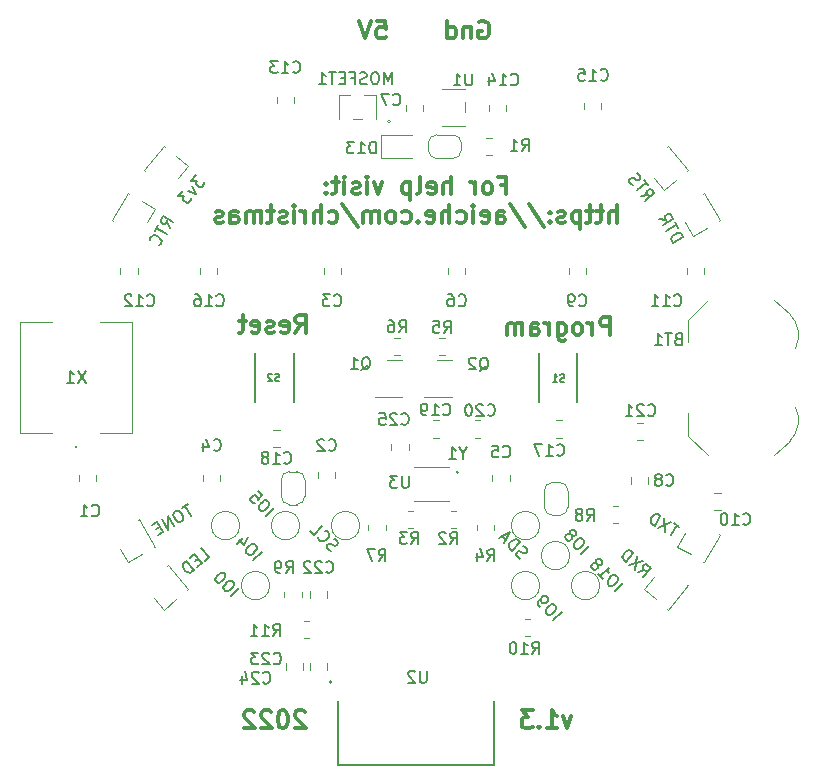
<source format=gbr>
%TF.GenerationSoftware,KiCad,Pcbnew,(6.0.7-1)-1*%
%TF.CreationDate,2022-12-12T20:47:58-08:00*%
%TF.ProjectId,ChristmasCountdown2022,43687269-7374-46d6-9173-436f756e7464,rev?*%
%TF.SameCoordinates,Original*%
%TF.FileFunction,Legend,Bot*%
%TF.FilePolarity,Positive*%
%FSLAX46Y46*%
G04 Gerber Fmt 4.6, Leading zero omitted, Abs format (unit mm)*
G04 Created by KiCad (PCBNEW (6.0.7-1)-1) date 2022-12-12 20:47:58*
%MOMM*%
%LPD*%
G01*
G04 APERTURE LIST*
%ADD10C,0.300000*%
%ADD11C,0.150000*%
%ADD12C,0.120000*%
%ADD13C,0.127000*%
%ADD14C,0.200000*%
G04 APERTURE END LIST*
D10*
X166409142Y-96378571D02*
X166409142Y-94878571D01*
X165837714Y-94878571D01*
X165694857Y-94950000D01*
X165623428Y-95021428D01*
X165552000Y-95164285D01*
X165552000Y-95378571D01*
X165623428Y-95521428D01*
X165694857Y-95592857D01*
X165837714Y-95664285D01*
X166409142Y-95664285D01*
X164909142Y-96378571D02*
X164909142Y-95378571D01*
X164909142Y-95664285D02*
X164837714Y-95521428D01*
X164766285Y-95450000D01*
X164623428Y-95378571D01*
X164480571Y-95378571D01*
X163766285Y-96378571D02*
X163909142Y-96307142D01*
X163980571Y-96235714D01*
X164052000Y-96092857D01*
X164052000Y-95664285D01*
X163980571Y-95521428D01*
X163909142Y-95450000D01*
X163766285Y-95378571D01*
X163552000Y-95378571D01*
X163409142Y-95450000D01*
X163337714Y-95521428D01*
X163266285Y-95664285D01*
X163266285Y-96092857D01*
X163337714Y-96235714D01*
X163409142Y-96307142D01*
X163552000Y-96378571D01*
X163766285Y-96378571D01*
X161980571Y-95378571D02*
X161980571Y-96592857D01*
X162052000Y-96735714D01*
X162123428Y-96807142D01*
X162266285Y-96878571D01*
X162480571Y-96878571D01*
X162623428Y-96807142D01*
X161980571Y-96307142D02*
X162123428Y-96378571D01*
X162409142Y-96378571D01*
X162552000Y-96307142D01*
X162623428Y-96235714D01*
X162694857Y-96092857D01*
X162694857Y-95664285D01*
X162623428Y-95521428D01*
X162552000Y-95450000D01*
X162409142Y-95378571D01*
X162123428Y-95378571D01*
X161980571Y-95450000D01*
X161266285Y-96378571D02*
X161266285Y-95378571D01*
X161266285Y-95664285D02*
X161194857Y-95521428D01*
X161123428Y-95450000D01*
X160980571Y-95378571D01*
X160837714Y-95378571D01*
X159694857Y-96378571D02*
X159694857Y-95592857D01*
X159766285Y-95450000D01*
X159909142Y-95378571D01*
X160194857Y-95378571D01*
X160337714Y-95450000D01*
X159694857Y-96307142D02*
X159837714Y-96378571D01*
X160194857Y-96378571D01*
X160337714Y-96307142D01*
X160409142Y-96164285D01*
X160409142Y-96021428D01*
X160337714Y-95878571D01*
X160194857Y-95807142D01*
X159837714Y-95807142D01*
X159694857Y-95735714D01*
X158980571Y-96378571D02*
X158980571Y-95378571D01*
X158980571Y-95521428D02*
X158909142Y-95450000D01*
X158766285Y-95378571D01*
X158552000Y-95378571D01*
X158409142Y-95450000D01*
X158337714Y-95592857D01*
X158337714Y-96378571D01*
X158337714Y-95592857D02*
X158266285Y-95450000D01*
X158123428Y-95378571D01*
X157909142Y-95378571D01*
X157766285Y-95450000D01*
X157694857Y-95592857D01*
X157694857Y-96378571D01*
X163142857Y-128678571D02*
X162785714Y-129678571D01*
X162428571Y-128678571D01*
X161071428Y-129678571D02*
X161928571Y-129678571D01*
X161500000Y-129678571D02*
X161500000Y-128178571D01*
X161642857Y-128392857D01*
X161785714Y-128535714D01*
X161928571Y-128607142D01*
X160428571Y-129535714D02*
X160357142Y-129607142D01*
X160428571Y-129678571D01*
X160500000Y-129607142D01*
X160428571Y-129535714D01*
X160428571Y-129678571D01*
X159857142Y-128178571D02*
X158928571Y-128178571D01*
X159428571Y-128750000D01*
X159214285Y-128750000D01*
X159071428Y-128821428D01*
X159000000Y-128892857D01*
X158928571Y-129035714D01*
X158928571Y-129392857D01*
X159000000Y-129535714D01*
X159071428Y-129607142D01*
X159214285Y-129678571D01*
X159642857Y-129678571D01*
X159785714Y-129607142D01*
X159857142Y-129535714D01*
X140571428Y-128321428D02*
X140500000Y-128250000D01*
X140357142Y-128178571D01*
X140000000Y-128178571D01*
X139857142Y-128250000D01*
X139785714Y-128321428D01*
X139714285Y-128464285D01*
X139714285Y-128607142D01*
X139785714Y-128821428D01*
X140642857Y-129678571D01*
X139714285Y-129678571D01*
X138785714Y-128178571D02*
X138642857Y-128178571D01*
X138500000Y-128250000D01*
X138428571Y-128321428D01*
X138357142Y-128464285D01*
X138285714Y-128750000D01*
X138285714Y-129107142D01*
X138357142Y-129392857D01*
X138428571Y-129535714D01*
X138500000Y-129607142D01*
X138642857Y-129678571D01*
X138785714Y-129678571D01*
X138928571Y-129607142D01*
X139000000Y-129535714D01*
X139071428Y-129392857D01*
X139142857Y-129107142D01*
X139142857Y-128750000D01*
X139071428Y-128464285D01*
X139000000Y-128321428D01*
X138928571Y-128250000D01*
X138785714Y-128178571D01*
X137714285Y-128321428D02*
X137642857Y-128250000D01*
X137500000Y-128178571D01*
X137142857Y-128178571D01*
X137000000Y-128250000D01*
X136928571Y-128321428D01*
X136857142Y-128464285D01*
X136857142Y-128607142D01*
X136928571Y-128821428D01*
X137785714Y-129678571D01*
X136857142Y-129678571D01*
X136285714Y-128321428D02*
X136214285Y-128250000D01*
X136071428Y-128178571D01*
X135714285Y-128178571D01*
X135571428Y-128250000D01*
X135500000Y-128321428D01*
X135428571Y-128464285D01*
X135428571Y-128607142D01*
X135500000Y-128821428D01*
X136357142Y-129678571D01*
X135428571Y-129678571D01*
X139779142Y-96182571D02*
X140279142Y-95468285D01*
X140636285Y-96182571D02*
X140636285Y-94682571D01*
X140064857Y-94682571D01*
X139922000Y-94754000D01*
X139850571Y-94825428D01*
X139779142Y-94968285D01*
X139779142Y-95182571D01*
X139850571Y-95325428D01*
X139922000Y-95396857D01*
X140064857Y-95468285D01*
X140636285Y-95468285D01*
X138564857Y-96111142D02*
X138707714Y-96182571D01*
X138993428Y-96182571D01*
X139136285Y-96111142D01*
X139207714Y-95968285D01*
X139207714Y-95396857D01*
X139136285Y-95254000D01*
X138993428Y-95182571D01*
X138707714Y-95182571D01*
X138564857Y-95254000D01*
X138493428Y-95396857D01*
X138493428Y-95539714D01*
X139207714Y-95682571D01*
X137922000Y-96111142D02*
X137779142Y-96182571D01*
X137493428Y-96182571D01*
X137350571Y-96111142D01*
X137279142Y-95968285D01*
X137279142Y-95896857D01*
X137350571Y-95754000D01*
X137493428Y-95682571D01*
X137707714Y-95682571D01*
X137850571Y-95611142D01*
X137922000Y-95468285D01*
X137922000Y-95396857D01*
X137850571Y-95254000D01*
X137707714Y-95182571D01*
X137493428Y-95182571D01*
X137350571Y-95254000D01*
X136064857Y-96111142D02*
X136207714Y-96182571D01*
X136493428Y-96182571D01*
X136636285Y-96111142D01*
X136707714Y-95968285D01*
X136707714Y-95396857D01*
X136636285Y-95254000D01*
X136493428Y-95182571D01*
X136207714Y-95182571D01*
X136064857Y-95254000D01*
X135993428Y-95396857D01*
X135993428Y-95539714D01*
X136707714Y-95682571D01*
X135564857Y-95182571D02*
X134993428Y-95182571D01*
X135350571Y-94682571D02*
X135350571Y-95968285D01*
X135279142Y-96111142D01*
X135136285Y-96182571D01*
X134993428Y-96182571D01*
X155339285Y-69850000D02*
X155482142Y-69778571D01*
X155696428Y-69778571D01*
X155910714Y-69850000D01*
X156053571Y-69992857D01*
X156125000Y-70135714D01*
X156196428Y-70421428D01*
X156196428Y-70635714D01*
X156125000Y-70921428D01*
X156053571Y-71064285D01*
X155910714Y-71207142D01*
X155696428Y-71278571D01*
X155553571Y-71278571D01*
X155339285Y-71207142D01*
X155267857Y-71135714D01*
X155267857Y-70635714D01*
X155553571Y-70635714D01*
X154625000Y-70278571D02*
X154625000Y-71278571D01*
X154625000Y-70421428D02*
X154553571Y-70350000D01*
X154410714Y-70278571D01*
X154196428Y-70278571D01*
X154053571Y-70350000D01*
X153982142Y-70492857D01*
X153982142Y-71278571D01*
X152625000Y-71278571D02*
X152625000Y-69778571D01*
X152625000Y-71207142D02*
X152767857Y-71278571D01*
X153053571Y-71278571D01*
X153196428Y-71207142D01*
X153267857Y-71135714D01*
X153339285Y-70992857D01*
X153339285Y-70564285D01*
X153267857Y-70421428D01*
X153196428Y-70350000D01*
X153053571Y-70278571D01*
X152767857Y-70278571D01*
X152625000Y-70350000D01*
X146660714Y-69778571D02*
X147375000Y-69778571D01*
X147446428Y-70492857D01*
X147375000Y-70421428D01*
X147232142Y-70350000D01*
X146875000Y-70350000D01*
X146732142Y-70421428D01*
X146660714Y-70492857D01*
X146589285Y-70635714D01*
X146589285Y-70992857D01*
X146660714Y-71135714D01*
X146732142Y-71207142D01*
X146875000Y-71278571D01*
X147232142Y-71278571D01*
X147375000Y-71207142D01*
X147446428Y-71135714D01*
X146160714Y-69778571D02*
X145660714Y-71278571D01*
X145160714Y-69778571D01*
X157142857Y-83685357D02*
X157642857Y-83685357D01*
X157642857Y-84471071D02*
X157642857Y-82971071D01*
X156928571Y-82971071D01*
X156142857Y-84471071D02*
X156285714Y-84399642D01*
X156357142Y-84328214D01*
X156428571Y-84185357D01*
X156428571Y-83756785D01*
X156357142Y-83613928D01*
X156285714Y-83542500D01*
X156142857Y-83471071D01*
X155928571Y-83471071D01*
X155785714Y-83542500D01*
X155714285Y-83613928D01*
X155642857Y-83756785D01*
X155642857Y-84185357D01*
X155714285Y-84328214D01*
X155785714Y-84399642D01*
X155928571Y-84471071D01*
X156142857Y-84471071D01*
X155000000Y-84471071D02*
X155000000Y-83471071D01*
X155000000Y-83756785D02*
X154928571Y-83613928D01*
X154857142Y-83542500D01*
X154714285Y-83471071D01*
X154571428Y-83471071D01*
X152928571Y-84471071D02*
X152928571Y-82971071D01*
X152285714Y-84471071D02*
X152285714Y-83685357D01*
X152357142Y-83542500D01*
X152500000Y-83471071D01*
X152714285Y-83471071D01*
X152857142Y-83542500D01*
X152928571Y-83613928D01*
X151000000Y-84399642D02*
X151142857Y-84471071D01*
X151428571Y-84471071D01*
X151571428Y-84399642D01*
X151642857Y-84256785D01*
X151642857Y-83685357D01*
X151571428Y-83542500D01*
X151428571Y-83471071D01*
X151142857Y-83471071D01*
X151000000Y-83542500D01*
X150928571Y-83685357D01*
X150928571Y-83828214D01*
X151642857Y-83971071D01*
X150071428Y-84471071D02*
X150214285Y-84399642D01*
X150285714Y-84256785D01*
X150285714Y-82971071D01*
X149500000Y-83471071D02*
X149500000Y-84971071D01*
X149500000Y-83542500D02*
X149357142Y-83471071D01*
X149071428Y-83471071D01*
X148928571Y-83542500D01*
X148857142Y-83613928D01*
X148785714Y-83756785D01*
X148785714Y-84185357D01*
X148857142Y-84328214D01*
X148928571Y-84399642D01*
X149071428Y-84471071D01*
X149357142Y-84471071D01*
X149500000Y-84399642D01*
X147142857Y-83471071D02*
X146785714Y-84471071D01*
X146428571Y-83471071D01*
X145857142Y-84471071D02*
X145857142Y-83471071D01*
X145857142Y-82971071D02*
X145928571Y-83042500D01*
X145857142Y-83113928D01*
X145785714Y-83042500D01*
X145857142Y-82971071D01*
X145857142Y-83113928D01*
X145214285Y-84399642D02*
X145071428Y-84471071D01*
X144785714Y-84471071D01*
X144642857Y-84399642D01*
X144571428Y-84256785D01*
X144571428Y-84185357D01*
X144642857Y-84042500D01*
X144785714Y-83971071D01*
X145000000Y-83971071D01*
X145142857Y-83899642D01*
X145214285Y-83756785D01*
X145214285Y-83685357D01*
X145142857Y-83542500D01*
X145000000Y-83471071D01*
X144785714Y-83471071D01*
X144642857Y-83542500D01*
X143928571Y-84471071D02*
X143928571Y-83471071D01*
X143928571Y-82971071D02*
X144000000Y-83042500D01*
X143928571Y-83113928D01*
X143857142Y-83042500D01*
X143928571Y-82971071D01*
X143928571Y-83113928D01*
X143428571Y-83471071D02*
X142857142Y-83471071D01*
X143214285Y-82971071D02*
X143214285Y-84256785D01*
X143142857Y-84399642D01*
X143000000Y-84471071D01*
X142857142Y-84471071D01*
X142357142Y-84328214D02*
X142285714Y-84399642D01*
X142357142Y-84471071D01*
X142428571Y-84399642D01*
X142357142Y-84328214D01*
X142357142Y-84471071D01*
X142357142Y-83542500D02*
X142285714Y-83613928D01*
X142357142Y-83685357D01*
X142428571Y-83613928D01*
X142357142Y-83542500D01*
X142357142Y-83685357D01*
X166964285Y-86886071D02*
X166964285Y-85386071D01*
X166321428Y-86886071D02*
X166321428Y-86100357D01*
X166392857Y-85957500D01*
X166535714Y-85886071D01*
X166750000Y-85886071D01*
X166892857Y-85957500D01*
X166964285Y-86028928D01*
X165821428Y-85886071D02*
X165250000Y-85886071D01*
X165607142Y-85386071D02*
X165607142Y-86671785D01*
X165535714Y-86814642D01*
X165392857Y-86886071D01*
X165250000Y-86886071D01*
X164964285Y-85886071D02*
X164392857Y-85886071D01*
X164750000Y-85386071D02*
X164750000Y-86671785D01*
X164678571Y-86814642D01*
X164535714Y-86886071D01*
X164392857Y-86886071D01*
X163892857Y-85886071D02*
X163892857Y-87386071D01*
X163892857Y-85957500D02*
X163750000Y-85886071D01*
X163464285Y-85886071D01*
X163321428Y-85957500D01*
X163250000Y-86028928D01*
X163178571Y-86171785D01*
X163178571Y-86600357D01*
X163250000Y-86743214D01*
X163321428Y-86814642D01*
X163464285Y-86886071D01*
X163750000Y-86886071D01*
X163892857Y-86814642D01*
X162607142Y-86814642D02*
X162464285Y-86886071D01*
X162178571Y-86886071D01*
X162035714Y-86814642D01*
X161964285Y-86671785D01*
X161964285Y-86600357D01*
X162035714Y-86457500D01*
X162178571Y-86386071D01*
X162392857Y-86386071D01*
X162535714Y-86314642D01*
X162607142Y-86171785D01*
X162607142Y-86100357D01*
X162535714Y-85957500D01*
X162392857Y-85886071D01*
X162178571Y-85886071D01*
X162035714Y-85957500D01*
X161321428Y-86743214D02*
X161250000Y-86814642D01*
X161321428Y-86886071D01*
X161392857Y-86814642D01*
X161321428Y-86743214D01*
X161321428Y-86886071D01*
X161321428Y-85957500D02*
X161250000Y-86028928D01*
X161321428Y-86100357D01*
X161392857Y-86028928D01*
X161321428Y-85957500D01*
X161321428Y-86100357D01*
X159535714Y-85314642D02*
X160821428Y-87243214D01*
X157964285Y-85314642D02*
X159250000Y-87243214D01*
X156821428Y-86886071D02*
X156821428Y-86100357D01*
X156892857Y-85957500D01*
X157035714Y-85886071D01*
X157321428Y-85886071D01*
X157464285Y-85957500D01*
X156821428Y-86814642D02*
X156964285Y-86886071D01*
X157321428Y-86886071D01*
X157464285Y-86814642D01*
X157535714Y-86671785D01*
X157535714Y-86528928D01*
X157464285Y-86386071D01*
X157321428Y-86314642D01*
X156964285Y-86314642D01*
X156821428Y-86243214D01*
X155535714Y-86814642D02*
X155678571Y-86886071D01*
X155964285Y-86886071D01*
X156107142Y-86814642D01*
X156178571Y-86671785D01*
X156178571Y-86100357D01*
X156107142Y-85957500D01*
X155964285Y-85886071D01*
X155678571Y-85886071D01*
X155535714Y-85957500D01*
X155464285Y-86100357D01*
X155464285Y-86243214D01*
X156178571Y-86386071D01*
X154821428Y-86886071D02*
X154821428Y-85886071D01*
X154821428Y-85386071D02*
X154892857Y-85457500D01*
X154821428Y-85528928D01*
X154750000Y-85457500D01*
X154821428Y-85386071D01*
X154821428Y-85528928D01*
X153464285Y-86814642D02*
X153607142Y-86886071D01*
X153892857Y-86886071D01*
X154035714Y-86814642D01*
X154107142Y-86743214D01*
X154178571Y-86600357D01*
X154178571Y-86171785D01*
X154107142Y-86028928D01*
X154035714Y-85957500D01*
X153892857Y-85886071D01*
X153607142Y-85886071D01*
X153464285Y-85957500D01*
X152821428Y-86886071D02*
X152821428Y-85386071D01*
X152178571Y-86886071D02*
X152178571Y-86100357D01*
X152250000Y-85957500D01*
X152392857Y-85886071D01*
X152607142Y-85886071D01*
X152750000Y-85957500D01*
X152821428Y-86028928D01*
X150892857Y-86814642D02*
X151035714Y-86886071D01*
X151321428Y-86886071D01*
X151464285Y-86814642D01*
X151535714Y-86671785D01*
X151535714Y-86100357D01*
X151464285Y-85957500D01*
X151321428Y-85886071D01*
X151035714Y-85886071D01*
X150892857Y-85957500D01*
X150821428Y-86100357D01*
X150821428Y-86243214D01*
X151535714Y-86386071D01*
X150178571Y-86743214D02*
X150107142Y-86814642D01*
X150178571Y-86886071D01*
X150250000Y-86814642D01*
X150178571Y-86743214D01*
X150178571Y-86886071D01*
X148821428Y-86814642D02*
X148964285Y-86886071D01*
X149250000Y-86886071D01*
X149392857Y-86814642D01*
X149464285Y-86743214D01*
X149535714Y-86600357D01*
X149535714Y-86171785D01*
X149464285Y-86028928D01*
X149392857Y-85957500D01*
X149250000Y-85886071D01*
X148964285Y-85886071D01*
X148821428Y-85957500D01*
X147964285Y-86886071D02*
X148107142Y-86814642D01*
X148178571Y-86743214D01*
X148250000Y-86600357D01*
X148250000Y-86171785D01*
X148178571Y-86028928D01*
X148107142Y-85957500D01*
X147964285Y-85886071D01*
X147750000Y-85886071D01*
X147607142Y-85957500D01*
X147535714Y-86028928D01*
X147464285Y-86171785D01*
X147464285Y-86600357D01*
X147535714Y-86743214D01*
X147607142Y-86814642D01*
X147750000Y-86886071D01*
X147964285Y-86886071D01*
X146821428Y-86886071D02*
X146821428Y-85886071D01*
X146821428Y-86028928D02*
X146750000Y-85957500D01*
X146607142Y-85886071D01*
X146392857Y-85886071D01*
X146250000Y-85957500D01*
X146178571Y-86100357D01*
X146178571Y-86886071D01*
X146178571Y-86100357D02*
X146107142Y-85957500D01*
X145964285Y-85886071D01*
X145750000Y-85886071D01*
X145607142Y-85957500D01*
X145535714Y-86100357D01*
X145535714Y-86886071D01*
X143750000Y-85314642D02*
X145035714Y-87243214D01*
X142607142Y-86814642D02*
X142750000Y-86886071D01*
X143035714Y-86886071D01*
X143178571Y-86814642D01*
X143250000Y-86743214D01*
X143321428Y-86600357D01*
X143321428Y-86171785D01*
X143250000Y-86028928D01*
X143178571Y-85957500D01*
X143035714Y-85886071D01*
X142750000Y-85886071D01*
X142607142Y-85957500D01*
X141964285Y-86886071D02*
X141964285Y-85386071D01*
X141321428Y-86886071D02*
X141321428Y-86100357D01*
X141392857Y-85957500D01*
X141535714Y-85886071D01*
X141750000Y-85886071D01*
X141892857Y-85957500D01*
X141964285Y-86028928D01*
X140607142Y-86886071D02*
X140607142Y-85886071D01*
X140607142Y-86171785D02*
X140535714Y-86028928D01*
X140464285Y-85957500D01*
X140321428Y-85886071D01*
X140178571Y-85886071D01*
X139678571Y-86886071D02*
X139678571Y-85886071D01*
X139678571Y-85386071D02*
X139750000Y-85457500D01*
X139678571Y-85528928D01*
X139607142Y-85457500D01*
X139678571Y-85386071D01*
X139678571Y-85528928D01*
X139035714Y-86814642D02*
X138892857Y-86886071D01*
X138607142Y-86886071D01*
X138464285Y-86814642D01*
X138392857Y-86671785D01*
X138392857Y-86600357D01*
X138464285Y-86457500D01*
X138607142Y-86386071D01*
X138821428Y-86386071D01*
X138964285Y-86314642D01*
X139035714Y-86171785D01*
X139035714Y-86100357D01*
X138964285Y-85957500D01*
X138821428Y-85886071D01*
X138607142Y-85886071D01*
X138464285Y-85957500D01*
X137964285Y-85886071D02*
X137392857Y-85886071D01*
X137750000Y-85386071D02*
X137750000Y-86671785D01*
X137678571Y-86814642D01*
X137535714Y-86886071D01*
X137392857Y-86886071D01*
X136892857Y-86886071D02*
X136892857Y-85886071D01*
X136892857Y-86028928D02*
X136821428Y-85957500D01*
X136678571Y-85886071D01*
X136464285Y-85886071D01*
X136321428Y-85957500D01*
X136250000Y-86100357D01*
X136250000Y-86886071D01*
X136250000Y-86100357D02*
X136178571Y-85957500D01*
X136035714Y-85886071D01*
X135821428Y-85886071D01*
X135678571Y-85957500D01*
X135607142Y-86100357D01*
X135607142Y-86886071D01*
X134250000Y-86886071D02*
X134250000Y-86100357D01*
X134321428Y-85957500D01*
X134464285Y-85886071D01*
X134750000Y-85886071D01*
X134892857Y-85957500D01*
X134250000Y-86814642D02*
X134392857Y-86886071D01*
X134750000Y-86886071D01*
X134892857Y-86814642D01*
X134964285Y-86671785D01*
X134964285Y-86528928D01*
X134892857Y-86386071D01*
X134750000Y-86314642D01*
X134392857Y-86314642D01*
X134250000Y-86243214D01*
X133607142Y-86814642D02*
X133464285Y-86886071D01*
X133178571Y-86886071D01*
X133035714Y-86814642D01*
X132964285Y-86671785D01*
X132964285Y-86600357D01*
X133035714Y-86457500D01*
X133178571Y-86386071D01*
X133392857Y-86386071D01*
X133535714Y-86314642D01*
X133607142Y-86171785D01*
X133607142Y-86100357D01*
X133535714Y-85957500D01*
X133392857Y-85886071D01*
X133178571Y-85886071D01*
X133035714Y-85957500D01*
D11*
%TO.C,R8*%
X164453866Y-112110780D02*
X164787200Y-111634590D01*
X165025295Y-112110780D02*
X165025295Y-111110780D01*
X164644342Y-111110780D01*
X164549104Y-111158400D01*
X164501485Y-111206019D01*
X164453866Y-111301257D01*
X164453866Y-111444114D01*
X164501485Y-111539352D01*
X164549104Y-111586971D01*
X164644342Y-111634590D01*
X165025295Y-111634590D01*
X163882438Y-111539352D02*
X163977676Y-111491733D01*
X164025295Y-111444114D01*
X164072914Y-111348876D01*
X164072914Y-111301257D01*
X164025295Y-111206019D01*
X163977676Y-111158400D01*
X163882438Y-111110780D01*
X163691961Y-111110780D01*
X163596723Y-111158400D01*
X163549104Y-111206019D01*
X163501485Y-111301257D01*
X163501485Y-111348876D01*
X163549104Y-111444114D01*
X163596723Y-111491733D01*
X163691961Y-111539352D01*
X163882438Y-111539352D01*
X163977676Y-111586971D01*
X164025295Y-111634590D01*
X164072914Y-111729828D01*
X164072914Y-111920304D01*
X164025295Y-112015542D01*
X163977676Y-112063161D01*
X163882438Y-112110780D01*
X163691961Y-112110780D01*
X163596723Y-112063161D01*
X163549104Y-112015542D01*
X163501485Y-111920304D01*
X163501485Y-111729828D01*
X163549104Y-111634590D01*
X163596723Y-111586971D01*
X163691961Y-111539352D01*
%TO.C,C9*%
X163791666Y-93857142D02*
X163839285Y-93904761D01*
X163982142Y-93952380D01*
X164077380Y-93952380D01*
X164220238Y-93904761D01*
X164315476Y-93809523D01*
X164363095Y-93714285D01*
X164410714Y-93523809D01*
X164410714Y-93380952D01*
X164363095Y-93190476D01*
X164315476Y-93095238D01*
X164220238Y-93000000D01*
X164077380Y-92952380D01*
X163982142Y-92952380D01*
X163839285Y-93000000D01*
X163791666Y-93047619D01*
X163315476Y-93952380D02*
X163125000Y-93952380D01*
X163029761Y-93904761D01*
X162982142Y-93857142D01*
X162886904Y-93714285D01*
X162839285Y-93523809D01*
X162839285Y-93142857D01*
X162886904Y-93047619D01*
X162934523Y-93000000D01*
X163029761Y-92952380D01*
X163220238Y-92952380D01*
X163315476Y-93000000D01*
X163363095Y-93047619D01*
X163410714Y-93142857D01*
X163410714Y-93380952D01*
X163363095Y-93476190D01*
X163315476Y-93523809D01*
X163220238Y-93571428D01*
X163029761Y-93571428D01*
X162934523Y-93523809D01*
X162886904Y-93476190D01*
X162839285Y-93380952D01*
%TO.C,C10*%
X177680857Y-112371142D02*
X177728476Y-112418761D01*
X177871333Y-112466380D01*
X177966571Y-112466380D01*
X178109428Y-112418761D01*
X178204666Y-112323523D01*
X178252285Y-112228285D01*
X178299904Y-112037809D01*
X178299904Y-111894952D01*
X178252285Y-111704476D01*
X178204666Y-111609238D01*
X178109428Y-111514000D01*
X177966571Y-111466380D01*
X177871333Y-111466380D01*
X177728476Y-111514000D01*
X177680857Y-111561619D01*
X176728476Y-112466380D02*
X177299904Y-112466380D01*
X177014190Y-112466380D02*
X177014190Y-111466380D01*
X177109428Y-111609238D01*
X177204666Y-111704476D01*
X177299904Y-111752095D01*
X176109428Y-111466380D02*
X176014190Y-111466380D01*
X175918952Y-111514000D01*
X175871333Y-111561619D01*
X175823714Y-111656857D01*
X175776095Y-111847333D01*
X175776095Y-112085428D01*
X175823714Y-112275904D01*
X175871333Y-112371142D01*
X175918952Y-112418761D01*
X176014190Y-112466380D01*
X176109428Y-112466380D01*
X176204666Y-112418761D01*
X176252285Y-112371142D01*
X176299904Y-112275904D01*
X176347523Y-112085428D01*
X176347523Y-111847333D01*
X176299904Y-111656857D01*
X176252285Y-111561619D01*
X176204666Y-111514000D01*
X176109428Y-111466380D01*
%TO.C,J5*%
X172291651Y-112606700D02*
X171796779Y-112320986D01*
X171544215Y-113329868D02*
X172044215Y-112463843D01*
X171590582Y-112201938D02*
X170513232Y-112734630D01*
X171013232Y-111868605D02*
X171090582Y-113067963D01*
X170183318Y-112544154D02*
X170683318Y-111678128D01*
X170477121Y-111559081D01*
X170329594Y-111528892D01*
X170199496Y-111563751D01*
X170110638Y-111622420D01*
X169974160Y-111763568D01*
X169902732Y-111887286D01*
X169848733Y-112076053D01*
X169842353Y-112182341D01*
X169877213Y-112312438D01*
X169977121Y-112425106D01*
X170183318Y-112544154D01*
%TO.C,C11*%
X171842857Y-93857142D02*
X171890476Y-93904761D01*
X172033333Y-93952380D01*
X172128571Y-93952380D01*
X172271428Y-93904761D01*
X172366666Y-93809523D01*
X172414285Y-93714285D01*
X172461904Y-93523809D01*
X172461904Y-93380952D01*
X172414285Y-93190476D01*
X172366666Y-93095238D01*
X172271428Y-93000000D01*
X172128571Y-92952380D01*
X172033333Y-92952380D01*
X171890476Y-93000000D01*
X171842857Y-93047619D01*
X170890476Y-93952380D02*
X171461904Y-93952380D01*
X171176190Y-93952380D02*
X171176190Y-92952380D01*
X171271428Y-93095238D01*
X171366666Y-93190476D01*
X171461904Y-93238095D01*
X169938095Y-93952380D02*
X170509523Y-93952380D01*
X170223809Y-93952380D02*
X170223809Y-92952380D01*
X170319047Y-93095238D01*
X170414285Y-93190476D01*
X170509523Y-93238095D01*
%TO.C,R7*%
X146816666Y-115502380D02*
X147150000Y-115026190D01*
X147388095Y-115502380D02*
X147388095Y-114502380D01*
X147007142Y-114502380D01*
X146911904Y-114550000D01*
X146864285Y-114597619D01*
X146816666Y-114692857D01*
X146816666Y-114835714D01*
X146864285Y-114930952D01*
X146911904Y-114978571D01*
X147007142Y-115026190D01*
X147388095Y-115026190D01*
X146483333Y-114502380D02*
X145816666Y-114502380D01*
X146245238Y-115502380D01*
%TO.C,Q2*%
X155370238Y-99397619D02*
X155465476Y-99350000D01*
X155560714Y-99254761D01*
X155703571Y-99111904D01*
X155798809Y-99064285D01*
X155894047Y-99064285D01*
X155846428Y-99302380D02*
X155941666Y-99254761D01*
X156036904Y-99159523D01*
X156084523Y-98969047D01*
X156084523Y-98635714D01*
X156036904Y-98445238D01*
X155941666Y-98350000D01*
X155846428Y-98302380D01*
X155655952Y-98302380D01*
X155560714Y-98350000D01*
X155465476Y-98445238D01*
X155417857Y-98635714D01*
X155417857Y-98969047D01*
X155465476Y-99159523D01*
X155560714Y-99254761D01*
X155655952Y-99302380D01*
X155846428Y-99302380D01*
X155036904Y-98397619D02*
X154989285Y-98350000D01*
X154894047Y-98302380D01*
X154655952Y-98302380D01*
X154560714Y-98350000D01*
X154513095Y-98397619D01*
X154465476Y-98492857D01*
X154465476Y-98588095D01*
X154513095Y-98730952D01*
X155084523Y-99302380D01*
X154465476Y-99302380D01*
%TO.C,J6*%
X131372579Y-82861816D02*
X130974663Y-83336034D01*
X131480752Y-83325557D01*
X131388925Y-83434992D01*
X131364186Y-83538558D01*
X131370055Y-83605645D01*
X131412403Y-83703341D01*
X131594794Y-83856386D01*
X131698360Y-83881126D01*
X131765447Y-83875256D01*
X131863143Y-83832908D01*
X132046797Y-83614039D01*
X132071537Y-83510473D01*
X132065667Y-83443386D01*
X131015749Y-83805645D02*
X131373400Y-84416561D01*
X130709659Y-84170428D01*
X130270658Y-84175035D02*
X129872742Y-84649253D01*
X130378831Y-84638776D01*
X130287004Y-84748211D01*
X130262264Y-84851777D01*
X130268134Y-84918864D01*
X130310481Y-85016560D01*
X130492873Y-85169605D01*
X130596438Y-85194345D01*
X130663526Y-85188475D01*
X130761222Y-85146128D01*
X130944875Y-84927258D01*
X130969615Y-84823692D01*
X130963746Y-84756605D01*
%TO.C,C17*%
X161932857Y-106529142D02*
X161980476Y-106576761D01*
X162123333Y-106624380D01*
X162218571Y-106624380D01*
X162361428Y-106576761D01*
X162456666Y-106481523D01*
X162504285Y-106386285D01*
X162551904Y-106195809D01*
X162551904Y-106052952D01*
X162504285Y-105862476D01*
X162456666Y-105767238D01*
X162361428Y-105672000D01*
X162218571Y-105624380D01*
X162123333Y-105624380D01*
X161980476Y-105672000D01*
X161932857Y-105719619D01*
X160980476Y-106624380D02*
X161551904Y-106624380D01*
X161266190Y-106624380D02*
X161266190Y-105624380D01*
X161361428Y-105767238D01*
X161456666Y-105862476D01*
X161551904Y-105910095D01*
X160647142Y-105624380D02*
X159980476Y-105624380D01*
X160409047Y-106624380D01*
%TO.C,J8*%
X129150687Y-87310518D02*
X128904961Y-86783748D01*
X129436401Y-86815647D02*
X128570376Y-86315647D01*
X128379900Y-86645561D01*
X128373520Y-86751849D01*
X128390950Y-86816898D01*
X128449619Y-86905756D01*
X128573337Y-86977185D01*
X128679625Y-86983565D01*
X128744674Y-86966135D01*
X128833532Y-86907466D01*
X129024008Y-86577551D01*
X128141805Y-87057954D02*
X127856090Y-87552826D01*
X128864973Y-87805390D02*
X127998947Y-87305390D01*
X128187256Y-88788754D02*
X128252305Y-88771324D01*
X128364973Y-88671415D01*
X128412592Y-88588937D01*
X128442781Y-88441409D01*
X128407922Y-88311312D01*
X128349253Y-88222453D01*
X128208105Y-88085976D01*
X128084387Y-88014547D01*
X127895620Y-87960549D01*
X127789332Y-87954169D01*
X127659234Y-87989028D01*
X127546567Y-88088937D01*
X127498947Y-88171415D01*
X127468758Y-88318943D01*
X127486188Y-88383992D01*
%TO.C,C25*%
X148750257Y-103912942D02*
X148797876Y-103960561D01*
X148940733Y-104008180D01*
X149035971Y-104008180D01*
X149178828Y-103960561D01*
X149274066Y-103865323D01*
X149321685Y-103770085D01*
X149369304Y-103579609D01*
X149369304Y-103436752D01*
X149321685Y-103246276D01*
X149274066Y-103151038D01*
X149178828Y-103055800D01*
X149035971Y-103008180D01*
X148940733Y-103008180D01*
X148797876Y-103055800D01*
X148750257Y-103103419D01*
X148369304Y-103103419D02*
X148321685Y-103055800D01*
X148226447Y-103008180D01*
X147988352Y-103008180D01*
X147893114Y-103055800D01*
X147845495Y-103103419D01*
X147797876Y-103198657D01*
X147797876Y-103293895D01*
X147845495Y-103436752D01*
X148416923Y-104008180D01*
X147797876Y-104008180D01*
X146893114Y-103008180D02*
X147369304Y-103008180D01*
X147416923Y-103484371D01*
X147369304Y-103436752D01*
X147274066Y-103389133D01*
X147035971Y-103389133D01*
X146940733Y-103436752D01*
X146893114Y-103484371D01*
X146845495Y-103579609D01*
X146845495Y-103817704D01*
X146893114Y-103912942D01*
X146940733Y-103960561D01*
X147035971Y-104008180D01*
X147274066Y-104008180D01*
X147369304Y-103960561D01*
X147416923Y-103912942D01*
%TO.C,J2*%
X171746479Y-88600456D02*
X172612504Y-88100456D01*
X172493456Y-87894260D01*
X172380789Y-87794351D01*
X172250691Y-87759492D01*
X172144403Y-87765872D01*
X171955636Y-87819870D01*
X171831918Y-87891299D01*
X171690770Y-88027776D01*
X171632101Y-88116635D01*
X171597242Y-88246732D01*
X171627431Y-88394260D01*
X171746479Y-88600456D01*
X172183933Y-87358149D02*
X171898218Y-86863277D01*
X171175050Y-87610713D02*
X172041076Y-87110713D01*
X170579812Y-86579730D02*
X171158872Y-86630310D01*
X170865526Y-87074602D02*
X171731552Y-86574602D01*
X171541076Y-86244688D01*
X171452217Y-86186018D01*
X171387168Y-86168589D01*
X171280880Y-86174968D01*
X171157162Y-86246397D01*
X171098493Y-86335255D01*
X171081063Y-86400304D01*
X171087443Y-86506592D01*
X171277919Y-86836507D01*
%TO.C,C2*%
X142591666Y-106107142D02*
X142639285Y-106154761D01*
X142782142Y-106202380D01*
X142877380Y-106202380D01*
X143020238Y-106154761D01*
X143115476Y-106059523D01*
X143163095Y-105964285D01*
X143210714Y-105773809D01*
X143210714Y-105630952D01*
X143163095Y-105440476D01*
X143115476Y-105345238D01*
X143020238Y-105250000D01*
X142877380Y-105202380D01*
X142782142Y-105202380D01*
X142639285Y-105250000D01*
X142591666Y-105297619D01*
X142210714Y-105297619D02*
X142163095Y-105250000D01*
X142067857Y-105202380D01*
X141829761Y-105202380D01*
X141734523Y-105250000D01*
X141686904Y-105297619D01*
X141639285Y-105392857D01*
X141639285Y-105488095D01*
X141686904Y-105630952D01*
X142258333Y-106202380D01*
X141639285Y-106202380D01*
%TO.C,J13*%
X132101242Y-115503323D02*
X132466025Y-115197233D01*
X131823237Y-114431189D01*
X131509195Y-115316324D02*
X131253847Y-115530587D01*
X131481110Y-116023675D02*
X131845893Y-115717585D01*
X131203106Y-114951541D01*
X130838323Y-115257630D01*
X131152806Y-116299155D02*
X130510018Y-115533111D01*
X130327626Y-115686155D01*
X130248800Y-115814460D01*
X130237062Y-115948635D01*
X130261801Y-116052200D01*
X130347759Y-116228723D01*
X130439585Y-116338158D01*
X130598499Y-116453462D01*
X130696196Y-116495810D01*
X130830370Y-116507548D01*
X130970414Y-116452200D01*
X131152806Y-116299155D01*
%TO.C,R1*%
X158941666Y-80794180D02*
X159275000Y-80317990D01*
X159513095Y-80794180D02*
X159513095Y-79794180D01*
X159132142Y-79794180D01*
X159036904Y-79841800D01*
X158989285Y-79889419D01*
X158941666Y-79984657D01*
X158941666Y-80127514D01*
X158989285Y-80222752D01*
X159036904Y-80270371D01*
X159132142Y-80317990D01*
X159513095Y-80317990D01*
X157989285Y-80794180D02*
X158560714Y-80794180D01*
X158275000Y-80794180D02*
X158275000Y-79794180D01*
X158370238Y-79937038D01*
X158465476Y-80032276D01*
X158560714Y-80079895D01*
%TO.C,C12*%
X127217857Y-93857142D02*
X127265476Y-93904761D01*
X127408333Y-93952380D01*
X127503571Y-93952380D01*
X127646428Y-93904761D01*
X127741666Y-93809523D01*
X127789285Y-93714285D01*
X127836904Y-93523809D01*
X127836904Y-93380952D01*
X127789285Y-93190476D01*
X127741666Y-93095238D01*
X127646428Y-93000000D01*
X127503571Y-92952380D01*
X127408333Y-92952380D01*
X127265476Y-93000000D01*
X127217857Y-93047619D01*
X126265476Y-93952380D02*
X126836904Y-93952380D01*
X126551190Y-93952380D02*
X126551190Y-92952380D01*
X126646428Y-93095238D01*
X126741666Y-93190476D01*
X126836904Y-93238095D01*
X125884523Y-93047619D02*
X125836904Y-93000000D01*
X125741666Y-92952380D01*
X125503571Y-92952380D01*
X125408333Y-93000000D01*
X125360714Y-93047619D01*
X125313095Y-93142857D01*
X125313095Y-93238095D01*
X125360714Y-93380952D01*
X125932142Y-93952380D01*
X125313095Y-93952380D01*
%TO.C,U2*%
X150886904Y-124827380D02*
X150886904Y-125636904D01*
X150839285Y-125732142D01*
X150791666Y-125779761D01*
X150696428Y-125827380D01*
X150505952Y-125827380D01*
X150410714Y-125779761D01*
X150363095Y-125732142D01*
X150315476Y-125636904D01*
X150315476Y-124827380D01*
X149886904Y-124922619D02*
X149839285Y-124875000D01*
X149744047Y-124827380D01*
X149505952Y-124827380D01*
X149410714Y-124875000D01*
X149363095Y-124922619D01*
X149315476Y-125017857D01*
X149315476Y-125113095D01*
X149363095Y-125255952D01*
X149934523Y-125827380D01*
X149315476Y-125827380D01*
%TO.C,J10*%
X130647664Y-110732890D02*
X130152792Y-111018605D01*
X130900228Y-111741773D02*
X130400228Y-110875747D01*
X129699160Y-111280509D02*
X129534203Y-111375747D01*
X129475534Y-111464606D01*
X129440674Y-111594704D01*
X129494673Y-111783470D01*
X129661339Y-112072145D01*
X129797817Y-112213293D01*
X129927915Y-112248153D01*
X130034203Y-112241773D01*
X130199160Y-112146535D01*
X130257829Y-112057676D01*
X130292689Y-111927579D01*
X130238690Y-111738812D01*
X130072023Y-111450137D01*
X129935546Y-111308989D01*
X129805448Y-111274130D01*
X129699160Y-111280509D01*
X129456852Y-112575106D02*
X128956852Y-111709081D01*
X128961981Y-112860821D01*
X128461981Y-111994795D01*
X128287683Y-112645283D02*
X127999008Y-112811950D01*
X128137195Y-113337011D02*
X128549588Y-113098916D01*
X128049588Y-112232890D01*
X127637195Y-112470986D01*
%TO.C,X1*%
X122009523Y-99427380D02*
X121342857Y-100427380D01*
X121342857Y-99427380D02*
X122009523Y-100427380D01*
X120438095Y-100427380D02*
X121009523Y-100427380D01*
X120723809Y-100427380D02*
X120723809Y-99427380D01*
X120819047Y-99570238D01*
X120914285Y-99665476D01*
X121009523Y-99713095D01*
%TO.C,R4*%
X156036666Y-115512380D02*
X156370000Y-115036190D01*
X156608095Y-115512380D02*
X156608095Y-114512380D01*
X156227142Y-114512380D01*
X156131904Y-114560000D01*
X156084285Y-114607619D01*
X156036666Y-114702857D01*
X156036666Y-114845714D01*
X156084285Y-114940952D01*
X156131904Y-114988571D01*
X156227142Y-115036190D01*
X156608095Y-115036190D01*
X155179523Y-114845714D02*
X155179523Y-115512380D01*
X155417619Y-114464761D02*
X155655714Y-115179047D01*
X155036666Y-115179047D01*
%TO.C,C23*%
X137929857Y-124182142D02*
X137977476Y-124229761D01*
X138120333Y-124277380D01*
X138215571Y-124277380D01*
X138358428Y-124229761D01*
X138453666Y-124134523D01*
X138501285Y-124039285D01*
X138548904Y-123848809D01*
X138548904Y-123705952D01*
X138501285Y-123515476D01*
X138453666Y-123420238D01*
X138358428Y-123325000D01*
X138215571Y-123277380D01*
X138120333Y-123277380D01*
X137977476Y-123325000D01*
X137929857Y-123372619D01*
X137548904Y-123372619D02*
X137501285Y-123325000D01*
X137406047Y-123277380D01*
X137167952Y-123277380D01*
X137072714Y-123325000D01*
X137025095Y-123372619D01*
X136977476Y-123467857D01*
X136977476Y-123563095D01*
X137025095Y-123705952D01*
X137596523Y-124277380D01*
X136977476Y-124277380D01*
X136644142Y-123277380D02*
X136025095Y-123277380D01*
X136358428Y-123658333D01*
X136215571Y-123658333D01*
X136120333Y-123705952D01*
X136072714Y-123753571D01*
X136025095Y-123848809D01*
X136025095Y-124086904D01*
X136072714Y-124182142D01*
X136120333Y-124229761D01*
X136215571Y-124277380D01*
X136501285Y-124277380D01*
X136596523Y-124229761D01*
X136644142Y-124182142D01*
%TO.C,J9*%
X163963225Y-114945988D02*
X164670331Y-114238881D01*
X164198927Y-113767477D02*
X164064240Y-113632790D01*
X163963225Y-113599118D01*
X163828538Y-113599118D01*
X163660179Y-113700133D01*
X163424477Y-113935835D01*
X163323461Y-114104194D01*
X163323461Y-114238881D01*
X163357133Y-114339896D01*
X163491820Y-114474583D01*
X163592835Y-114508255D01*
X163727522Y-114508255D01*
X163895881Y-114407240D01*
X164131583Y-114171538D01*
X164232599Y-114003179D01*
X164232599Y-113868492D01*
X164198927Y-113767477D01*
X163188774Y-113363416D02*
X163289790Y-113397087D01*
X163357133Y-113397087D01*
X163458148Y-113363416D01*
X163491820Y-113329744D01*
X163525492Y-113228729D01*
X163525492Y-113161385D01*
X163491820Y-113060370D01*
X163357133Y-112925683D01*
X163256118Y-112892011D01*
X163188774Y-112892011D01*
X163087759Y-112925683D01*
X163054087Y-112959355D01*
X163020416Y-113060370D01*
X163020416Y-113127713D01*
X163054087Y-113228729D01*
X163188774Y-113363416D01*
X163222446Y-113464431D01*
X163222446Y-113531774D01*
X163188774Y-113632790D01*
X163054087Y-113767477D01*
X162953072Y-113801148D01*
X162885729Y-113801148D01*
X162784713Y-113767477D01*
X162650026Y-113632790D01*
X162616355Y-113531774D01*
X162616355Y-113464431D01*
X162650026Y-113363416D01*
X162784713Y-113228729D01*
X162885729Y-113195057D01*
X162953072Y-113195057D01*
X163054087Y-113228729D01*
%TO.C,R10*%
X159826193Y-123384180D02*
X160159526Y-122907990D01*
X160397621Y-123384180D02*
X160397621Y-122384180D01*
X160016669Y-122384180D01*
X159921431Y-122431800D01*
X159873812Y-122479419D01*
X159826193Y-122574657D01*
X159826193Y-122717514D01*
X159873812Y-122812752D01*
X159921431Y-122860371D01*
X160016669Y-122907990D01*
X160397621Y-122907990D01*
X158873812Y-123384180D02*
X159445240Y-123384180D01*
X159159526Y-123384180D02*
X159159526Y-122384180D01*
X159254764Y-122527038D01*
X159350002Y-122622276D01*
X159445240Y-122669895D01*
X158254764Y-122384180D02*
X158159526Y-122384180D01*
X158064288Y-122431800D01*
X158016669Y-122479419D01*
X157969050Y-122574657D01*
X157921431Y-122765133D01*
X157921431Y-123003228D01*
X157969050Y-123193704D01*
X158016669Y-123288942D01*
X158064288Y-123336561D01*
X158159526Y-123384180D01*
X158254764Y-123384180D01*
X158350002Y-123336561D01*
X158397621Y-123288942D01*
X158445240Y-123193704D01*
X158492859Y-123003228D01*
X158492859Y-122765133D01*
X158445240Y-122574657D01*
X158397621Y-122479419D01*
X158350002Y-122431800D01*
X158254764Y-122384180D01*
%TO.C,MOSFET1*%
X147946428Y-75152380D02*
X147946428Y-74152380D01*
X147613095Y-74866666D01*
X147279761Y-74152380D01*
X147279761Y-75152380D01*
X146613095Y-74152380D02*
X146422619Y-74152380D01*
X146327380Y-74200000D01*
X146232142Y-74295238D01*
X146184523Y-74485714D01*
X146184523Y-74819047D01*
X146232142Y-75009523D01*
X146327380Y-75104761D01*
X146422619Y-75152380D01*
X146613095Y-75152380D01*
X146708333Y-75104761D01*
X146803571Y-75009523D01*
X146851190Y-74819047D01*
X146851190Y-74485714D01*
X146803571Y-74295238D01*
X146708333Y-74200000D01*
X146613095Y-74152380D01*
X145803571Y-75104761D02*
X145660714Y-75152380D01*
X145422619Y-75152380D01*
X145327380Y-75104761D01*
X145279761Y-75057142D01*
X145232142Y-74961904D01*
X145232142Y-74866666D01*
X145279761Y-74771428D01*
X145327380Y-74723809D01*
X145422619Y-74676190D01*
X145613095Y-74628571D01*
X145708333Y-74580952D01*
X145755952Y-74533333D01*
X145803571Y-74438095D01*
X145803571Y-74342857D01*
X145755952Y-74247619D01*
X145708333Y-74200000D01*
X145613095Y-74152380D01*
X145375000Y-74152380D01*
X145232142Y-74200000D01*
X144470238Y-74628571D02*
X144803571Y-74628571D01*
X144803571Y-75152380D02*
X144803571Y-74152380D01*
X144327380Y-74152380D01*
X143946428Y-74628571D02*
X143613095Y-74628571D01*
X143470238Y-75152380D02*
X143946428Y-75152380D01*
X143946428Y-74152380D01*
X143470238Y-74152380D01*
X143184523Y-74152380D02*
X142613095Y-74152380D01*
X142898809Y-75152380D02*
X142898809Y-74152380D01*
X141755952Y-75152380D02*
X142327380Y-75152380D01*
X142041666Y-75152380D02*
X142041666Y-74152380D01*
X142136904Y-74295238D01*
X142232142Y-74390476D01*
X142327380Y-74438095D01*
%TO.C,U1*%
X154736904Y-74252380D02*
X154736904Y-75061904D01*
X154689285Y-75157142D01*
X154641666Y-75204761D01*
X154546428Y-75252380D01*
X154355952Y-75252380D01*
X154260714Y-75204761D01*
X154213095Y-75157142D01*
X154165476Y-75061904D01*
X154165476Y-74252380D01*
X153165476Y-75252380D02*
X153736904Y-75252380D01*
X153451190Y-75252380D02*
X153451190Y-74252380D01*
X153546428Y-74395238D01*
X153641666Y-74490476D01*
X153736904Y-74538095D01*
%TO.C,J14*%
X161601025Y-120533988D02*
X162308131Y-119826881D01*
X161836727Y-119355477D02*
X161702040Y-119220790D01*
X161601025Y-119187118D01*
X161466338Y-119187118D01*
X161297979Y-119288133D01*
X161062277Y-119523835D01*
X160961261Y-119692194D01*
X160961261Y-119826881D01*
X160994933Y-119927896D01*
X161129620Y-120062583D01*
X161230635Y-120096255D01*
X161365322Y-120096255D01*
X161533681Y-119995240D01*
X161769383Y-119759538D01*
X161870399Y-119591179D01*
X161870399Y-119456492D01*
X161836727Y-119355477D01*
X160489857Y-119422820D02*
X160355170Y-119288133D01*
X160321498Y-119187118D01*
X160321498Y-119119774D01*
X160355170Y-118951416D01*
X160456185Y-118783057D01*
X160725559Y-118513683D01*
X160826574Y-118480011D01*
X160893918Y-118480011D01*
X160994933Y-118513683D01*
X161129620Y-118648370D01*
X161163292Y-118749385D01*
X161163292Y-118816729D01*
X161129620Y-118917744D01*
X160961261Y-119086103D01*
X160860246Y-119119774D01*
X160792903Y-119119774D01*
X160691887Y-119086103D01*
X160557200Y-118951416D01*
X160523529Y-118850400D01*
X160523529Y-118783057D01*
X160557200Y-118682042D01*
%TO.C,Y1*%
X153976190Y-106406190D02*
X153976190Y-106882380D01*
X154309523Y-105882380D02*
X153976190Y-106406190D01*
X153642857Y-105882380D01*
X152785714Y-106882380D02*
X153357142Y-106882380D01*
X153071428Y-106882380D02*
X153071428Y-105882380D01*
X153166666Y-106025238D01*
X153261904Y-106120476D01*
X153357142Y-106168095D01*
%TO.C,R9*%
X138977666Y-116530380D02*
X139311000Y-116054190D01*
X139549095Y-116530380D02*
X139549095Y-115530380D01*
X139168142Y-115530380D01*
X139072904Y-115578000D01*
X139025285Y-115625619D01*
X138977666Y-115720857D01*
X138977666Y-115863714D01*
X139025285Y-115958952D01*
X139072904Y-116006571D01*
X139168142Y-116054190D01*
X139549095Y-116054190D01*
X138501476Y-116530380D02*
X138311000Y-116530380D01*
X138215761Y-116482761D01*
X138168142Y-116435142D01*
X138072904Y-116292285D01*
X138025285Y-116101809D01*
X138025285Y-115720857D01*
X138072904Y-115625619D01*
X138120523Y-115578000D01*
X138215761Y-115530380D01*
X138406238Y-115530380D01*
X138501476Y-115578000D01*
X138549095Y-115625619D01*
X138596714Y-115720857D01*
X138596714Y-115958952D01*
X138549095Y-116054190D01*
X138501476Y-116101809D01*
X138406238Y-116149428D01*
X138215761Y-116149428D01*
X138120523Y-116101809D01*
X138072904Y-116054190D01*
X138025285Y-115958952D01*
%TO.C,J12*%
X142795583Y-114666003D02*
X142660896Y-114598660D01*
X142492538Y-114430301D01*
X142458866Y-114329286D01*
X142458866Y-114261942D01*
X142492538Y-114160927D01*
X142559881Y-114093583D01*
X142660896Y-114059912D01*
X142728240Y-114059912D01*
X142829255Y-114093583D01*
X142997614Y-114194599D01*
X143098629Y-114228270D01*
X143165973Y-114228270D01*
X143266988Y-114194599D01*
X143334331Y-114127255D01*
X143368003Y-114026240D01*
X143368003Y-113958896D01*
X143334331Y-113857881D01*
X143165973Y-113689522D01*
X143031286Y-113622179D01*
X141718087Y-113521164D02*
X141718087Y-113588507D01*
X141785431Y-113723194D01*
X141852774Y-113790538D01*
X141987461Y-113857881D01*
X142122148Y-113857881D01*
X142223164Y-113824209D01*
X142391522Y-113723194D01*
X142492538Y-113622179D01*
X142593553Y-113453820D01*
X142627225Y-113352805D01*
X142627225Y-113218118D01*
X142559881Y-113083431D01*
X142492538Y-113016087D01*
X142357851Y-112948744D01*
X142290507Y-112948744D01*
X141010981Y-112948744D02*
X141347698Y-113285461D01*
X142054805Y-112578355D01*
%TO.C,S1*%
X162539619Y-100335047D02*
X162448190Y-100365523D01*
X162295809Y-100365523D01*
X162234857Y-100335047D01*
X162204380Y-100304571D01*
X162173904Y-100243619D01*
X162173904Y-100182666D01*
X162204380Y-100121714D01*
X162234857Y-100091238D01*
X162295809Y-100060761D01*
X162417714Y-100030285D01*
X162478666Y-99999809D01*
X162509142Y-99969333D01*
X162539619Y-99908380D01*
X162539619Y-99847428D01*
X162509142Y-99786476D01*
X162478666Y-99756000D01*
X162417714Y-99725523D01*
X162265333Y-99725523D01*
X162173904Y-99756000D01*
X161564380Y-100365523D02*
X161930095Y-100365523D01*
X161747238Y-100365523D02*
X161747238Y-99725523D01*
X161808190Y-99816952D01*
X161869142Y-99877904D01*
X161930095Y-99908380D01*
%TO.C,C20*%
X156040057Y-103150942D02*
X156087676Y-103198561D01*
X156230533Y-103246180D01*
X156325771Y-103246180D01*
X156468628Y-103198561D01*
X156563866Y-103103323D01*
X156611485Y-103008085D01*
X156659104Y-102817609D01*
X156659104Y-102674752D01*
X156611485Y-102484276D01*
X156563866Y-102389038D01*
X156468628Y-102293800D01*
X156325771Y-102246180D01*
X156230533Y-102246180D01*
X156087676Y-102293800D01*
X156040057Y-102341419D01*
X155659104Y-102341419D02*
X155611485Y-102293800D01*
X155516247Y-102246180D01*
X155278152Y-102246180D01*
X155182914Y-102293800D01*
X155135295Y-102341419D01*
X155087676Y-102436657D01*
X155087676Y-102531895D01*
X155135295Y-102674752D01*
X155706723Y-103246180D01*
X155087676Y-103246180D01*
X154468628Y-102246180D02*
X154373390Y-102246180D01*
X154278152Y-102293800D01*
X154230533Y-102341419D01*
X154182914Y-102436657D01*
X154135295Y-102627133D01*
X154135295Y-102865228D01*
X154182914Y-103055704D01*
X154230533Y-103150942D01*
X154278152Y-103198561D01*
X154373390Y-103246180D01*
X154468628Y-103246180D01*
X154563866Y-103198561D01*
X154611485Y-103150942D01*
X154659104Y-103055704D01*
X154706723Y-102865228D01*
X154706723Y-102627133D01*
X154659104Y-102436657D01*
X154611485Y-102341419D01*
X154563866Y-102293800D01*
X154468628Y-102246180D01*
%TO.C,C14*%
X158017857Y-75157142D02*
X158065476Y-75204761D01*
X158208333Y-75252380D01*
X158303571Y-75252380D01*
X158446428Y-75204761D01*
X158541666Y-75109523D01*
X158589285Y-75014285D01*
X158636904Y-74823809D01*
X158636904Y-74680952D01*
X158589285Y-74490476D01*
X158541666Y-74395238D01*
X158446428Y-74300000D01*
X158303571Y-74252380D01*
X158208333Y-74252380D01*
X158065476Y-74300000D01*
X158017857Y-74347619D01*
X157065476Y-75252380D02*
X157636904Y-75252380D01*
X157351190Y-75252380D02*
X157351190Y-74252380D01*
X157446428Y-74395238D01*
X157541666Y-74490476D01*
X157636904Y-74538095D01*
X156208333Y-74585714D02*
X156208333Y-75252380D01*
X156446428Y-74204761D02*
X156684523Y-74919047D01*
X156065476Y-74919047D01*
%TO.C,BT1*%
X172160714Y-96728571D02*
X172017857Y-96776190D01*
X171970238Y-96823809D01*
X171922619Y-96919047D01*
X171922619Y-97061904D01*
X171970238Y-97157142D01*
X172017857Y-97204761D01*
X172113095Y-97252380D01*
X172494047Y-97252380D01*
X172494047Y-96252380D01*
X172160714Y-96252380D01*
X172065476Y-96300000D01*
X172017857Y-96347619D01*
X171970238Y-96442857D01*
X171970238Y-96538095D01*
X172017857Y-96633333D01*
X172065476Y-96680952D01*
X172160714Y-96728571D01*
X172494047Y-96728571D01*
X171636904Y-96252380D02*
X171065476Y-96252380D01*
X171351190Y-97252380D02*
X171351190Y-96252380D01*
X170208333Y-97252380D02*
X170779761Y-97252380D01*
X170494047Y-97252380D02*
X170494047Y-96252380D01*
X170589285Y-96395238D01*
X170684523Y-96490476D01*
X170779761Y-96538095D01*
%TO.C,C3*%
X143041666Y-93857142D02*
X143089285Y-93904761D01*
X143232142Y-93952380D01*
X143327380Y-93952380D01*
X143470238Y-93904761D01*
X143565476Y-93809523D01*
X143613095Y-93714285D01*
X143660714Y-93523809D01*
X143660714Y-93380952D01*
X143613095Y-93190476D01*
X143565476Y-93095238D01*
X143470238Y-93000000D01*
X143327380Y-92952380D01*
X143232142Y-92952380D01*
X143089285Y-93000000D01*
X143041666Y-93047619D01*
X142708333Y-92952380D02*
X142089285Y-92952380D01*
X142422619Y-93333333D01*
X142279761Y-93333333D01*
X142184523Y-93380952D01*
X142136904Y-93428571D01*
X142089285Y-93523809D01*
X142089285Y-93761904D01*
X142136904Y-93857142D01*
X142184523Y-93904761D01*
X142279761Y-93952380D01*
X142565476Y-93952380D01*
X142660714Y-93904761D01*
X142708333Y-93857142D01*
%TO.C,IO0*%
X134321425Y-118527388D02*
X135028531Y-117820281D01*
X134557127Y-117348877D02*
X134422440Y-117214190D01*
X134321425Y-117180518D01*
X134186738Y-117180518D01*
X134018379Y-117281533D01*
X133782677Y-117517235D01*
X133681661Y-117685594D01*
X133681661Y-117820281D01*
X133715333Y-117921296D01*
X133850020Y-118055983D01*
X133951035Y-118089655D01*
X134085722Y-118089655D01*
X134254081Y-117988640D01*
X134489783Y-117752938D01*
X134590799Y-117584579D01*
X134590799Y-117449892D01*
X134557127Y-117348877D01*
X133816348Y-116608098D02*
X133749005Y-116540755D01*
X133647990Y-116507083D01*
X133580646Y-116507083D01*
X133479631Y-116540755D01*
X133311272Y-116641770D01*
X133142913Y-116810129D01*
X133041898Y-116978487D01*
X133008226Y-117079503D01*
X133008226Y-117146846D01*
X133041898Y-117247861D01*
X133109242Y-117315205D01*
X133210257Y-117348877D01*
X133277600Y-117348877D01*
X133378616Y-117315205D01*
X133546974Y-117214190D01*
X133715333Y-117045831D01*
X133816348Y-116877472D01*
X133850020Y-116776457D01*
X133850020Y-116709113D01*
X133816348Y-116608098D01*
%TO.C,C24*%
X137040857Y-125807742D02*
X137088476Y-125855361D01*
X137231333Y-125902980D01*
X137326571Y-125902980D01*
X137469428Y-125855361D01*
X137564666Y-125760123D01*
X137612285Y-125664885D01*
X137659904Y-125474409D01*
X137659904Y-125331552D01*
X137612285Y-125141076D01*
X137564666Y-125045838D01*
X137469428Y-124950600D01*
X137326571Y-124902980D01*
X137231333Y-124902980D01*
X137088476Y-124950600D01*
X137040857Y-124998219D01*
X136659904Y-124998219D02*
X136612285Y-124950600D01*
X136517047Y-124902980D01*
X136278952Y-124902980D01*
X136183714Y-124950600D01*
X136136095Y-124998219D01*
X136088476Y-125093457D01*
X136088476Y-125188695D01*
X136136095Y-125331552D01*
X136707523Y-125902980D01*
X136088476Y-125902980D01*
X135231333Y-125236314D02*
X135231333Y-125902980D01*
X135469428Y-124855361D02*
X135707523Y-125569647D01*
X135088476Y-125569647D01*
%TO.C,R6*%
X148541666Y-96152380D02*
X148875000Y-95676190D01*
X149113095Y-96152380D02*
X149113095Y-95152380D01*
X148732142Y-95152380D01*
X148636904Y-95200000D01*
X148589285Y-95247619D01*
X148541666Y-95342857D01*
X148541666Y-95485714D01*
X148589285Y-95580952D01*
X148636904Y-95628571D01*
X148732142Y-95676190D01*
X149113095Y-95676190D01*
X147684523Y-95152380D02*
X147875000Y-95152380D01*
X147970238Y-95200000D01*
X148017857Y-95247619D01*
X148113095Y-95390476D01*
X148160714Y-95580952D01*
X148160714Y-95961904D01*
X148113095Y-96057142D01*
X148065476Y-96104761D01*
X147970238Y-96152380D01*
X147779761Y-96152380D01*
X147684523Y-96104761D01*
X147636904Y-96057142D01*
X147589285Y-95961904D01*
X147589285Y-95723809D01*
X147636904Y-95628571D01*
X147684523Y-95580952D01*
X147779761Y-95533333D01*
X147970238Y-95533333D01*
X148065476Y-95580952D01*
X148113095Y-95628571D01*
X148160714Y-95723809D01*
%TO.C,IO5*%
X137293225Y-111745588D02*
X138000331Y-111038481D01*
X137528927Y-110567077D02*
X137394240Y-110432390D01*
X137293225Y-110398718D01*
X137158538Y-110398718D01*
X136990179Y-110499733D01*
X136754477Y-110735435D01*
X136653461Y-110903794D01*
X136653461Y-111038481D01*
X136687133Y-111139496D01*
X136821820Y-111274183D01*
X136922835Y-111307855D01*
X137057522Y-111307855D01*
X137225881Y-111206840D01*
X137461583Y-110971138D01*
X137562599Y-110802779D01*
X137562599Y-110668092D01*
X137528927Y-110567077D01*
X136586118Y-109624268D02*
X136922835Y-109960985D01*
X136619790Y-110331374D01*
X136619790Y-110264031D01*
X136586118Y-110163016D01*
X136417759Y-109994657D01*
X136316744Y-109960985D01*
X136249400Y-109960985D01*
X136148385Y-109994657D01*
X135980026Y-110163016D01*
X135946355Y-110264031D01*
X135946355Y-110331374D01*
X135980026Y-110432390D01*
X136148385Y-110600748D01*
X136249400Y-110634420D01*
X136316744Y-110634420D01*
%TO.C,C5*%
X157341866Y-106656142D02*
X157389485Y-106703761D01*
X157532342Y-106751380D01*
X157627580Y-106751380D01*
X157770438Y-106703761D01*
X157865676Y-106608523D01*
X157913295Y-106513285D01*
X157960914Y-106322809D01*
X157960914Y-106179952D01*
X157913295Y-105989476D01*
X157865676Y-105894238D01*
X157770438Y-105799000D01*
X157627580Y-105751380D01*
X157532342Y-105751380D01*
X157389485Y-105799000D01*
X157341866Y-105846619D01*
X156437104Y-105751380D02*
X156913295Y-105751380D01*
X156960914Y-106227571D01*
X156913295Y-106179952D01*
X156818057Y-106132333D01*
X156579961Y-106132333D01*
X156484723Y-106179952D01*
X156437104Y-106227571D01*
X156389485Y-106322809D01*
X156389485Y-106560904D01*
X156437104Y-106656142D01*
X156484723Y-106703761D01*
X156579961Y-106751380D01*
X156818057Y-106751380D01*
X156913295Y-106703761D01*
X156960914Y-106656142D01*
%TO.C,R3*%
X149566666Y-114077380D02*
X149900000Y-113601190D01*
X150138095Y-114077380D02*
X150138095Y-113077380D01*
X149757142Y-113077380D01*
X149661904Y-113125000D01*
X149614285Y-113172619D01*
X149566666Y-113267857D01*
X149566666Y-113410714D01*
X149614285Y-113505952D01*
X149661904Y-113553571D01*
X149757142Y-113601190D01*
X150138095Y-113601190D01*
X149233333Y-113077380D02*
X148614285Y-113077380D01*
X148947619Y-113458333D01*
X148804761Y-113458333D01*
X148709523Y-113505952D01*
X148661904Y-113553571D01*
X148614285Y-113648809D01*
X148614285Y-113886904D01*
X148661904Y-113982142D01*
X148709523Y-114029761D01*
X148804761Y-114077380D01*
X149090476Y-114077380D01*
X149185714Y-114029761D01*
X149233333Y-113982142D01*
%TO.C,C13*%
X139567857Y-74107142D02*
X139615476Y-74154761D01*
X139758333Y-74202380D01*
X139853571Y-74202380D01*
X139996428Y-74154761D01*
X140091666Y-74059523D01*
X140139285Y-73964285D01*
X140186904Y-73773809D01*
X140186904Y-73630952D01*
X140139285Y-73440476D01*
X140091666Y-73345238D01*
X139996428Y-73250000D01*
X139853571Y-73202380D01*
X139758333Y-73202380D01*
X139615476Y-73250000D01*
X139567857Y-73297619D01*
X138615476Y-74202380D02*
X139186904Y-74202380D01*
X138901190Y-74202380D02*
X138901190Y-73202380D01*
X138996428Y-73345238D01*
X139091666Y-73440476D01*
X139186904Y-73488095D01*
X138282142Y-73202380D02*
X137663095Y-73202380D01*
X137996428Y-73583333D01*
X137853571Y-73583333D01*
X137758333Y-73630952D01*
X137710714Y-73678571D01*
X137663095Y-73773809D01*
X137663095Y-74011904D01*
X137710714Y-74107142D01*
X137758333Y-74154761D01*
X137853571Y-74202380D01*
X138139285Y-74202380D01*
X138234523Y-74154761D01*
X138282142Y-74107142D01*
%TO.C,C22*%
X142374857Y-116435142D02*
X142422476Y-116482761D01*
X142565333Y-116530380D01*
X142660571Y-116530380D01*
X142803428Y-116482761D01*
X142898666Y-116387523D01*
X142946285Y-116292285D01*
X142993904Y-116101809D01*
X142993904Y-115958952D01*
X142946285Y-115768476D01*
X142898666Y-115673238D01*
X142803428Y-115578000D01*
X142660571Y-115530380D01*
X142565333Y-115530380D01*
X142422476Y-115578000D01*
X142374857Y-115625619D01*
X141993904Y-115625619D02*
X141946285Y-115578000D01*
X141851047Y-115530380D01*
X141612952Y-115530380D01*
X141517714Y-115578000D01*
X141470095Y-115625619D01*
X141422476Y-115720857D01*
X141422476Y-115816095D01*
X141470095Y-115958952D01*
X142041523Y-116530380D01*
X141422476Y-116530380D01*
X141041523Y-115625619D02*
X140993904Y-115578000D01*
X140898666Y-115530380D01*
X140660571Y-115530380D01*
X140565333Y-115578000D01*
X140517714Y-115625619D01*
X140470095Y-115720857D01*
X140470095Y-115816095D01*
X140517714Y-115958952D01*
X141089142Y-116530380D01*
X140470095Y-116530380D01*
%TO.C,C8*%
X171166666Y-109057142D02*
X171214285Y-109104761D01*
X171357142Y-109152380D01*
X171452380Y-109152380D01*
X171595238Y-109104761D01*
X171690476Y-109009523D01*
X171738095Y-108914285D01*
X171785714Y-108723809D01*
X171785714Y-108580952D01*
X171738095Y-108390476D01*
X171690476Y-108295238D01*
X171595238Y-108200000D01*
X171452380Y-108152380D01*
X171357142Y-108152380D01*
X171214285Y-108200000D01*
X171166666Y-108247619D01*
X170595238Y-108580952D02*
X170690476Y-108533333D01*
X170738095Y-108485714D01*
X170785714Y-108390476D01*
X170785714Y-108342857D01*
X170738095Y-108247619D01*
X170690476Y-108200000D01*
X170595238Y-108152380D01*
X170404761Y-108152380D01*
X170309523Y-108200000D01*
X170261904Y-108247619D01*
X170214285Y-108342857D01*
X170214285Y-108390476D01*
X170261904Y-108485714D01*
X170309523Y-108533333D01*
X170404761Y-108580952D01*
X170595238Y-108580952D01*
X170690476Y-108628571D01*
X170738095Y-108676190D01*
X170785714Y-108771428D01*
X170785714Y-108961904D01*
X170738095Y-109057142D01*
X170690476Y-109104761D01*
X170595238Y-109152380D01*
X170404761Y-109152380D01*
X170309523Y-109104761D01*
X170261904Y-109057142D01*
X170214285Y-108961904D01*
X170214285Y-108771428D01*
X170261904Y-108676190D01*
X170309523Y-108628571D01*
X170404761Y-108580952D01*
%TO.C,C21*%
X169642857Y-103157142D02*
X169690476Y-103204761D01*
X169833333Y-103252380D01*
X169928571Y-103252380D01*
X170071428Y-103204761D01*
X170166666Y-103109523D01*
X170214285Y-103014285D01*
X170261904Y-102823809D01*
X170261904Y-102680952D01*
X170214285Y-102490476D01*
X170166666Y-102395238D01*
X170071428Y-102300000D01*
X169928571Y-102252380D01*
X169833333Y-102252380D01*
X169690476Y-102300000D01*
X169642857Y-102347619D01*
X169261904Y-102347619D02*
X169214285Y-102300000D01*
X169119047Y-102252380D01*
X168880952Y-102252380D01*
X168785714Y-102300000D01*
X168738095Y-102347619D01*
X168690476Y-102442857D01*
X168690476Y-102538095D01*
X168738095Y-102680952D01*
X169309523Y-103252380D01*
X168690476Y-103252380D01*
X167738095Y-103252380D02*
X168309523Y-103252380D01*
X168023809Y-103252380D02*
X168023809Y-102252380D01*
X168119047Y-102395238D01*
X168214285Y-102490476D01*
X168309523Y-102538095D01*
%TO.C,J7*%
X166839942Y-118076705D02*
X167547049Y-117369599D01*
X167075644Y-116898194D02*
X166940957Y-116763507D01*
X166839942Y-116729835D01*
X166705255Y-116729835D01*
X166536896Y-116830851D01*
X166301194Y-117066553D01*
X166200179Y-117234912D01*
X166200179Y-117369599D01*
X166233851Y-117470614D01*
X166368538Y-117605301D01*
X166469553Y-117638973D01*
X166604240Y-117638973D01*
X166772599Y-117537957D01*
X167008301Y-117302255D01*
X167109316Y-117133896D01*
X167109316Y-116999209D01*
X167075644Y-116898194D01*
X165392057Y-116628820D02*
X165796118Y-117032881D01*
X165594087Y-116830851D02*
X166301194Y-116123744D01*
X166267522Y-116292103D01*
X166267522Y-116426790D01*
X166301194Y-116527805D01*
X165392057Y-115820698D02*
X165493072Y-115854370D01*
X165560416Y-115854370D01*
X165661431Y-115820698D01*
X165695103Y-115787026D01*
X165728774Y-115686011D01*
X165728774Y-115618668D01*
X165695103Y-115517652D01*
X165560416Y-115382965D01*
X165459400Y-115349294D01*
X165392057Y-115349294D01*
X165291042Y-115382965D01*
X165257370Y-115416637D01*
X165223698Y-115517652D01*
X165223698Y-115584996D01*
X165257370Y-115686011D01*
X165392057Y-115820698D01*
X165425729Y-115921713D01*
X165425729Y-115989057D01*
X165392057Y-116090072D01*
X165257370Y-116224759D01*
X165156355Y-116258431D01*
X165089011Y-116258431D01*
X164987996Y-116224759D01*
X164853309Y-116090072D01*
X164819637Y-115989057D01*
X164819637Y-115921713D01*
X164853309Y-115820698D01*
X164987996Y-115686011D01*
X165089011Y-115652339D01*
X165156355Y-115652339D01*
X165257370Y-115686011D01*
%TO.C,C15*%
X165617857Y-74757142D02*
X165665476Y-74804761D01*
X165808333Y-74852380D01*
X165903571Y-74852380D01*
X166046428Y-74804761D01*
X166141666Y-74709523D01*
X166189285Y-74614285D01*
X166236904Y-74423809D01*
X166236904Y-74280952D01*
X166189285Y-74090476D01*
X166141666Y-73995238D01*
X166046428Y-73900000D01*
X165903571Y-73852380D01*
X165808333Y-73852380D01*
X165665476Y-73900000D01*
X165617857Y-73947619D01*
X164665476Y-74852380D02*
X165236904Y-74852380D01*
X164951190Y-74852380D02*
X164951190Y-73852380D01*
X165046428Y-73995238D01*
X165141666Y-74090476D01*
X165236904Y-74138095D01*
X163760714Y-73852380D02*
X164236904Y-73852380D01*
X164284523Y-74328571D01*
X164236904Y-74280952D01*
X164141666Y-74233333D01*
X163903571Y-74233333D01*
X163808333Y-74280952D01*
X163760714Y-74328571D01*
X163713095Y-74423809D01*
X163713095Y-74661904D01*
X163760714Y-74757142D01*
X163808333Y-74804761D01*
X163903571Y-74852380D01*
X164141666Y-74852380D01*
X164236904Y-74804761D01*
X164284523Y-74757142D01*
%TO.C,R11*%
X137892857Y-121876180D02*
X138226190Y-121399990D01*
X138464285Y-121876180D02*
X138464285Y-120876180D01*
X138083333Y-120876180D01*
X137988095Y-120923800D01*
X137940476Y-120971419D01*
X137892857Y-121066657D01*
X137892857Y-121209514D01*
X137940476Y-121304752D01*
X137988095Y-121352371D01*
X138083333Y-121399990D01*
X138464285Y-121399990D01*
X136940476Y-121876180D02*
X137511904Y-121876180D01*
X137226190Y-121876180D02*
X137226190Y-120876180D01*
X137321428Y-121019038D01*
X137416666Y-121114276D01*
X137511904Y-121161895D01*
X135988095Y-121876180D02*
X136559523Y-121876180D01*
X136273809Y-121876180D02*
X136273809Y-120876180D01*
X136369047Y-121019038D01*
X136464285Y-121114276D01*
X136559523Y-121161895D01*
%TO.C,C7*%
X148041666Y-76857142D02*
X148089285Y-76904761D01*
X148232142Y-76952380D01*
X148327380Y-76952380D01*
X148470238Y-76904761D01*
X148565476Y-76809523D01*
X148613095Y-76714285D01*
X148660714Y-76523809D01*
X148660714Y-76380952D01*
X148613095Y-76190476D01*
X148565476Y-76095238D01*
X148470238Y-76000000D01*
X148327380Y-75952380D01*
X148232142Y-75952380D01*
X148089285Y-76000000D01*
X148041666Y-76047619D01*
X147708333Y-75952380D02*
X147041666Y-75952380D01*
X147470238Y-76952380D01*
%TO.C,C4*%
X132841666Y-106107142D02*
X132889285Y-106154761D01*
X133032142Y-106202380D01*
X133127380Y-106202380D01*
X133270238Y-106154761D01*
X133365476Y-106059523D01*
X133413095Y-105964285D01*
X133460714Y-105773809D01*
X133460714Y-105630952D01*
X133413095Y-105440476D01*
X133365476Y-105345238D01*
X133270238Y-105250000D01*
X133127380Y-105202380D01*
X133032142Y-105202380D01*
X132889285Y-105250000D01*
X132841666Y-105297619D01*
X131984523Y-105535714D02*
X131984523Y-106202380D01*
X132222619Y-105154761D02*
X132460714Y-105869047D01*
X131841666Y-105869047D01*
%TO.C,C1*%
X122541666Y-111657142D02*
X122589285Y-111704761D01*
X122732142Y-111752380D01*
X122827380Y-111752380D01*
X122970238Y-111704761D01*
X123065476Y-111609523D01*
X123113095Y-111514285D01*
X123160714Y-111323809D01*
X123160714Y-111180952D01*
X123113095Y-110990476D01*
X123065476Y-110895238D01*
X122970238Y-110800000D01*
X122827380Y-110752380D01*
X122732142Y-110752380D01*
X122589285Y-110800000D01*
X122541666Y-110847619D01*
X121589285Y-111752380D02*
X122160714Y-111752380D01*
X121875000Y-111752380D02*
X121875000Y-110752380D01*
X121970238Y-110895238D01*
X122065476Y-110990476D01*
X122160714Y-111038095D01*
%TO.C,D13*%
X146580485Y-81019180D02*
X146580485Y-80019180D01*
X146342390Y-80019180D01*
X146199533Y-80066800D01*
X146104295Y-80162038D01*
X146056676Y-80257276D01*
X146009057Y-80447752D01*
X146009057Y-80590609D01*
X146056676Y-80781085D01*
X146104295Y-80876323D01*
X146199533Y-80971561D01*
X146342390Y-81019180D01*
X146580485Y-81019180D01*
X145056676Y-81019180D02*
X145628104Y-81019180D01*
X145342390Y-81019180D02*
X145342390Y-80019180D01*
X145437628Y-80162038D01*
X145532866Y-80257276D01*
X145628104Y-80304895D01*
X144723342Y-80019180D02*
X144104295Y-80019180D01*
X144437628Y-80400133D01*
X144294771Y-80400133D01*
X144199533Y-80447752D01*
X144151914Y-80495371D01*
X144104295Y-80590609D01*
X144104295Y-80828704D01*
X144151914Y-80923942D01*
X144199533Y-80971561D01*
X144294771Y-81019180D01*
X144580485Y-81019180D01*
X144675723Y-80971561D01*
X144723342Y-80923942D01*
%TO.C,S2*%
X138409619Y-100259047D02*
X138318190Y-100289523D01*
X138165809Y-100289523D01*
X138104857Y-100259047D01*
X138074380Y-100228571D01*
X138043904Y-100167619D01*
X138043904Y-100106666D01*
X138074380Y-100045714D01*
X138104857Y-100015238D01*
X138165809Y-99984761D01*
X138287714Y-99954285D01*
X138348666Y-99923809D01*
X138379142Y-99893333D01*
X138409619Y-99832380D01*
X138409619Y-99771428D01*
X138379142Y-99710476D01*
X138348666Y-99680000D01*
X138287714Y-99649523D01*
X138135333Y-99649523D01*
X138043904Y-99680000D01*
X137800095Y-99710476D02*
X137769619Y-99680000D01*
X137708666Y-99649523D01*
X137556285Y-99649523D01*
X137495333Y-99680000D01*
X137464857Y-99710476D01*
X137434380Y-99771428D01*
X137434380Y-99832380D01*
X137464857Y-99923809D01*
X137830571Y-100289523D01*
X137434380Y-100289523D01*
%TO.C,IO4*%
X136226425Y-115428588D02*
X136933531Y-114721481D01*
X136462127Y-114250077D02*
X136327440Y-114115390D01*
X136226425Y-114081718D01*
X136091738Y-114081718D01*
X135923379Y-114182733D01*
X135687677Y-114418435D01*
X135586661Y-114586794D01*
X135586661Y-114721481D01*
X135620333Y-114822496D01*
X135755020Y-114957183D01*
X135856035Y-114990855D01*
X135990722Y-114990855D01*
X136159081Y-114889840D01*
X136394783Y-114654138D01*
X136495799Y-114485779D01*
X136495799Y-114351092D01*
X136462127Y-114250077D01*
X135317287Y-113576642D02*
X134845883Y-114048046D01*
X135755020Y-113475626D02*
X135418303Y-114149061D01*
X134980570Y-113711329D01*
%TO.C,C18*%
X138818857Y-107193142D02*
X138866476Y-107240761D01*
X139009333Y-107288380D01*
X139104571Y-107288380D01*
X139247428Y-107240761D01*
X139342666Y-107145523D01*
X139390285Y-107050285D01*
X139437904Y-106859809D01*
X139437904Y-106716952D01*
X139390285Y-106526476D01*
X139342666Y-106431238D01*
X139247428Y-106336000D01*
X139104571Y-106288380D01*
X139009333Y-106288380D01*
X138866476Y-106336000D01*
X138818857Y-106383619D01*
X137866476Y-107288380D02*
X138437904Y-107288380D01*
X138152190Y-107288380D02*
X138152190Y-106288380D01*
X138247428Y-106431238D01*
X138342666Y-106526476D01*
X138437904Y-106574095D01*
X137295047Y-106716952D02*
X137390285Y-106669333D01*
X137437904Y-106621714D01*
X137485523Y-106526476D01*
X137485523Y-106478857D01*
X137437904Y-106383619D01*
X137390285Y-106336000D01*
X137295047Y-106288380D01*
X137104571Y-106288380D01*
X137009333Y-106336000D01*
X136961714Y-106383619D01*
X136914095Y-106478857D01*
X136914095Y-106526476D01*
X136961714Y-106621714D01*
X137009333Y-106669333D01*
X137104571Y-106716952D01*
X137295047Y-106716952D01*
X137390285Y-106764571D01*
X137437904Y-106812190D01*
X137485523Y-106907428D01*
X137485523Y-107097904D01*
X137437904Y-107193142D01*
X137390285Y-107240761D01*
X137295047Y-107288380D01*
X137104571Y-107288380D01*
X137009333Y-107240761D01*
X136961714Y-107193142D01*
X136914095Y-107097904D01*
X136914095Y-106907428D01*
X136961714Y-106812190D01*
X137009333Y-106764571D01*
X137104571Y-106716952D01*
%TO.C,J4*%
X168794912Y-116475068D02*
X169356349Y-116324548D01*
X169232652Y-116842376D02*
X169875439Y-116076331D01*
X169583613Y-115831460D01*
X169480047Y-115806720D01*
X169412960Y-115812590D01*
X169315264Y-115854937D01*
X169223437Y-115964372D01*
X169198697Y-116067938D01*
X169204567Y-116135025D01*
X169246914Y-116232721D01*
X169538741Y-116477593D01*
X169182351Y-115494762D02*
X168028867Y-115832281D01*
X168671655Y-115066236D02*
X168539564Y-116260806D01*
X167737041Y-115587409D02*
X168379829Y-114821365D01*
X168197437Y-114668320D01*
X168057393Y-114612972D01*
X167923219Y-114624711D01*
X167825523Y-114667058D01*
X167666609Y-114782363D01*
X167574782Y-114891797D01*
X167488824Y-115068320D01*
X167464085Y-115171885D01*
X167475824Y-115306060D01*
X167554649Y-115434365D01*
X167737041Y-115587409D01*
%TO.C,C16*%
X133092857Y-93857142D02*
X133140476Y-93904761D01*
X133283333Y-93952380D01*
X133378571Y-93952380D01*
X133521428Y-93904761D01*
X133616666Y-93809523D01*
X133664285Y-93714285D01*
X133711904Y-93523809D01*
X133711904Y-93380952D01*
X133664285Y-93190476D01*
X133616666Y-93095238D01*
X133521428Y-93000000D01*
X133378571Y-92952380D01*
X133283333Y-92952380D01*
X133140476Y-93000000D01*
X133092857Y-93047619D01*
X132140476Y-93952380D02*
X132711904Y-93952380D01*
X132426190Y-93952380D02*
X132426190Y-92952380D01*
X132521428Y-93095238D01*
X132616666Y-93190476D01*
X132711904Y-93238095D01*
X131283333Y-92952380D02*
X131473809Y-92952380D01*
X131569047Y-93000000D01*
X131616666Y-93047619D01*
X131711904Y-93190476D01*
X131759523Y-93380952D01*
X131759523Y-93761904D01*
X131711904Y-93857142D01*
X131664285Y-93904761D01*
X131569047Y-93952380D01*
X131378571Y-93952380D01*
X131283333Y-93904761D01*
X131235714Y-93857142D01*
X131188095Y-93761904D01*
X131188095Y-93523809D01*
X131235714Y-93428571D01*
X131283333Y-93380952D01*
X131378571Y-93333333D01*
X131569047Y-93333333D01*
X131664285Y-93380952D01*
X131711904Y-93428571D01*
X131759523Y-93523809D01*
%TO.C,C19*%
X152280857Y-103100142D02*
X152328476Y-103147761D01*
X152471333Y-103195380D01*
X152566571Y-103195380D01*
X152709428Y-103147761D01*
X152804666Y-103052523D01*
X152852285Y-102957285D01*
X152899904Y-102766809D01*
X152899904Y-102623952D01*
X152852285Y-102433476D01*
X152804666Y-102338238D01*
X152709428Y-102243000D01*
X152566571Y-102195380D01*
X152471333Y-102195380D01*
X152328476Y-102243000D01*
X152280857Y-102290619D01*
X151328476Y-103195380D02*
X151899904Y-103195380D01*
X151614190Y-103195380D02*
X151614190Y-102195380D01*
X151709428Y-102338238D01*
X151804666Y-102433476D01*
X151899904Y-102481095D01*
X150852285Y-103195380D02*
X150661809Y-103195380D01*
X150566571Y-103147761D01*
X150518952Y-103100142D01*
X150423714Y-102957285D01*
X150376095Y-102766809D01*
X150376095Y-102385857D01*
X150423714Y-102290619D01*
X150471333Y-102243000D01*
X150566571Y-102195380D01*
X150757047Y-102195380D01*
X150852285Y-102243000D01*
X150899904Y-102290619D01*
X150947523Y-102385857D01*
X150947523Y-102623952D01*
X150899904Y-102719190D01*
X150852285Y-102766809D01*
X150757047Y-102814428D01*
X150566571Y-102814428D01*
X150471333Y-102766809D01*
X150423714Y-102719190D01*
X150376095Y-102623952D01*
%TO.C,R2*%
X152891666Y-114077380D02*
X153225000Y-113601190D01*
X153463095Y-114077380D02*
X153463095Y-113077380D01*
X153082142Y-113077380D01*
X152986904Y-113125000D01*
X152939285Y-113172619D01*
X152891666Y-113267857D01*
X152891666Y-113410714D01*
X152939285Y-113505952D01*
X152986904Y-113553571D01*
X153082142Y-113601190D01*
X153463095Y-113601190D01*
X152510714Y-113172619D02*
X152463095Y-113125000D01*
X152367857Y-113077380D01*
X152129761Y-113077380D01*
X152034523Y-113125000D01*
X151986904Y-113172619D01*
X151939285Y-113267857D01*
X151939285Y-113363095D01*
X151986904Y-113505952D01*
X152558333Y-114077380D01*
X151939285Y-114077380D01*
%TO.C,R5*%
X152341666Y-96202380D02*
X152675000Y-95726190D01*
X152913095Y-96202380D02*
X152913095Y-95202380D01*
X152532142Y-95202380D01*
X152436904Y-95250000D01*
X152389285Y-95297619D01*
X152341666Y-95392857D01*
X152341666Y-95535714D01*
X152389285Y-95630952D01*
X152436904Y-95678571D01*
X152532142Y-95726190D01*
X152913095Y-95726190D01*
X151436904Y-95202380D02*
X151913095Y-95202380D01*
X151960714Y-95678571D01*
X151913095Y-95630952D01*
X151817857Y-95583333D01*
X151579761Y-95583333D01*
X151484523Y-95630952D01*
X151436904Y-95678571D01*
X151389285Y-95773809D01*
X151389285Y-96011904D01*
X151436904Y-96107142D01*
X151484523Y-96154761D01*
X151579761Y-96202380D01*
X151817857Y-96202380D01*
X151913095Y-96154761D01*
X151960714Y-96107142D01*
%TO.C,Q1*%
X145370238Y-99347619D02*
X145465476Y-99300000D01*
X145560714Y-99204761D01*
X145703571Y-99061904D01*
X145798809Y-99014285D01*
X145894047Y-99014285D01*
X145846428Y-99252380D02*
X145941666Y-99204761D01*
X146036904Y-99109523D01*
X146084523Y-98919047D01*
X146084523Y-98585714D01*
X146036904Y-98395238D01*
X145941666Y-98300000D01*
X145846428Y-98252380D01*
X145655952Y-98252380D01*
X145560714Y-98300000D01*
X145465476Y-98395238D01*
X145417857Y-98585714D01*
X145417857Y-98919047D01*
X145465476Y-99109523D01*
X145560714Y-99204761D01*
X145655952Y-99252380D01*
X145846428Y-99252380D01*
X144465476Y-99252380D02*
X145036904Y-99252380D01*
X144751190Y-99252380D02*
X144751190Y-98252380D01*
X144846428Y-98395238D01*
X144941666Y-98490476D01*
X145036904Y-98538095D01*
%TO.C,J3*%
X169038264Y-84590825D02*
X169617310Y-84540084D01*
X169405572Y-85028565D02*
X170171616Y-84385777D01*
X169926745Y-84093951D01*
X169829048Y-84051603D01*
X169761961Y-84045733D01*
X169658396Y-84070473D01*
X169548961Y-84162300D01*
X169506613Y-84259996D01*
X169500744Y-84327083D01*
X169525483Y-84430649D01*
X169770355Y-84722475D01*
X169620655Y-83729167D02*
X169253348Y-83291428D01*
X168670957Y-84153085D02*
X169437002Y-83510298D01*
X168340128Y-83684737D02*
X168211823Y-83605911D01*
X168058778Y-83423519D01*
X168034039Y-83319954D01*
X168039908Y-83252866D01*
X168082256Y-83155170D01*
X168155213Y-83093952D01*
X168258778Y-83069213D01*
X168325865Y-83075082D01*
X168423562Y-83117430D01*
X168582476Y-83232734D01*
X168680172Y-83275082D01*
X168747259Y-83280951D01*
X168850825Y-83256212D01*
X168923781Y-83194994D01*
X168966129Y-83097297D01*
X168971998Y-83030210D01*
X168947259Y-82926645D01*
X168794214Y-82744253D01*
X168665909Y-82665427D01*
%TO.C,J11*%
X158814419Y-115317839D02*
X158679732Y-115250496D01*
X158511374Y-115082137D01*
X158477702Y-114981122D01*
X158477702Y-114913778D01*
X158511374Y-114812763D01*
X158578717Y-114745419D01*
X158679732Y-114711748D01*
X158747076Y-114711748D01*
X158848091Y-114745419D01*
X159016450Y-114846435D01*
X159117465Y-114880106D01*
X159184809Y-114880106D01*
X159285824Y-114846435D01*
X159353167Y-114779091D01*
X159386839Y-114678076D01*
X159386839Y-114610732D01*
X159353167Y-114509717D01*
X159184809Y-114341358D01*
X159050122Y-114274015D01*
X158073641Y-114644404D02*
X158780748Y-113937297D01*
X158612389Y-113768938D01*
X158477702Y-113701595D01*
X158343015Y-113701595D01*
X158242000Y-113735267D01*
X158073641Y-113836282D01*
X157972625Y-113937297D01*
X157871610Y-114105656D01*
X157837938Y-114206671D01*
X157837938Y-114341358D01*
X157905282Y-114476045D01*
X158073641Y-114644404D01*
X157602236Y-113768938D02*
X157265519Y-113432221D01*
X157467549Y-114038312D02*
X157938954Y-113095503D01*
X156996145Y-113566908D01*
%TO.C,U3*%
X149371904Y-108322380D02*
X149371904Y-109131904D01*
X149324285Y-109227142D01*
X149276666Y-109274761D01*
X149181428Y-109322380D01*
X148990952Y-109322380D01*
X148895714Y-109274761D01*
X148848095Y-109227142D01*
X148800476Y-109131904D01*
X148800476Y-108322380D01*
X148419523Y-108322380D02*
X147800476Y-108322380D01*
X148133809Y-108703333D01*
X147990952Y-108703333D01*
X147895714Y-108750952D01*
X147848095Y-108798571D01*
X147800476Y-108893809D01*
X147800476Y-109131904D01*
X147848095Y-109227142D01*
X147895714Y-109274761D01*
X147990952Y-109322380D01*
X148276666Y-109322380D01*
X148371904Y-109274761D01*
X148419523Y-109227142D01*
%TO.C,C6*%
X153591666Y-93857142D02*
X153639285Y-93904761D01*
X153782142Y-93952380D01*
X153877380Y-93952380D01*
X154020238Y-93904761D01*
X154115476Y-93809523D01*
X154163095Y-93714285D01*
X154210714Y-93523809D01*
X154210714Y-93380952D01*
X154163095Y-93190476D01*
X154115476Y-93095238D01*
X154020238Y-93000000D01*
X153877380Y-92952380D01*
X153782142Y-92952380D01*
X153639285Y-93000000D01*
X153591666Y-93047619D01*
X152734523Y-92952380D02*
X152925000Y-92952380D01*
X153020238Y-93000000D01*
X153067857Y-93047619D01*
X153163095Y-93190476D01*
X153210714Y-93380952D01*
X153210714Y-93761904D01*
X153163095Y-93857142D01*
X153115476Y-93904761D01*
X153020238Y-93952380D01*
X152829761Y-93952380D01*
X152734523Y-93904761D01*
X152686904Y-93857142D01*
X152639285Y-93761904D01*
X152639285Y-93523809D01*
X152686904Y-93428571D01*
X152734523Y-93380952D01*
X152829761Y-93333333D01*
X153020238Y-93333333D01*
X153115476Y-93380952D01*
X153163095Y-93428571D01*
X153210714Y-93523809D01*
D12*
%TO.C,R8*%
X167130464Y-110847200D02*
X166676336Y-110847200D01*
X167130464Y-112317200D02*
X166676336Y-112317200D01*
%TO.C,C9*%
X162940000Y-91261252D02*
X162940000Y-90738748D01*
X164410000Y-91261252D02*
X164410000Y-90738748D01*
%TO.C,C10*%
X175775252Y-111225000D02*
X175252748Y-111225000D01*
X175775252Y-109755000D02*
X175252748Y-109755000D01*
%TO.C,J5*%
X172103186Y-114296814D02*
X173255000Y-114961814D01*
X172768186Y-113145000D02*
X172103186Y-114296814D01*
X175632891Y-113263186D02*
X175736814Y-113323186D01*
X174302891Y-115566814D02*
X174406814Y-115626814D01*
X175736814Y-113323186D02*
X174406814Y-115626814D01*
%TO.C,C11*%
X172940000Y-91261252D02*
X172940000Y-90738748D01*
X174410000Y-91261252D02*
X174410000Y-90738748D01*
%TO.C,R7*%
X147410000Y-112472936D02*
X147410000Y-112927064D01*
X145940000Y-112472936D02*
X145940000Y-112927064D01*
%TO.C,Q2*%
X152375000Y-98490000D02*
X151725000Y-98490000D01*
X152375000Y-98490000D02*
X153025000Y-98490000D01*
X152375000Y-101610000D02*
X153025000Y-101610000D01*
X152375000Y-101610000D02*
X150700000Y-101610000D01*
%TO.C,J6*%
X128767994Y-80443388D02*
X128676068Y-80366253D01*
X129858839Y-83094908D02*
X130713747Y-82076068D01*
X130713747Y-82076068D02*
X129694908Y-81221161D01*
X126966253Y-82403932D02*
X128676068Y-80366253D01*
X127058179Y-82481066D02*
X126966253Y-82403932D01*
%TO.C,C17*%
X161798748Y-103615000D02*
X162321252Y-103615000D01*
X161798748Y-105085000D02*
X162321252Y-105085000D01*
%TO.C,J8*%
X124367109Y-86736814D02*
X124263186Y-86676814D01*
X127896814Y-85703186D02*
X126745000Y-85038186D01*
X127231814Y-86855000D02*
X127896814Y-85703186D01*
X124263186Y-86676814D02*
X125593186Y-84373186D01*
X125697109Y-84433186D02*
X125593186Y-84373186D01*
%TO.C,C25*%
X147905800Y-106128452D02*
X147905800Y-105605948D01*
X149375800Y-106128452D02*
X149375800Y-105605948D01*
%TO.C,J2*%
X175632891Y-86736814D02*
X175736814Y-86676814D01*
X172768186Y-86855000D02*
X173433186Y-88006814D01*
X174302891Y-84433186D02*
X174406814Y-84373186D01*
X174406814Y-84373186D02*
X175736814Y-86676814D01*
X173433186Y-88006814D02*
X174585000Y-87341814D01*
%TO.C,JP3*%
X153125400Y-79441800D02*
X151725400Y-79441800D01*
X151725400Y-81441800D02*
X153125400Y-81441800D01*
X151025400Y-80141800D02*
X151025400Y-80741800D01*
X153825400Y-80741800D02*
X153825400Y-80141800D01*
X151025400Y-80741800D02*
G75*
G03*
X151725400Y-81441800I700000J0D01*
G01*
X153825400Y-80141800D02*
G75*
G03*
X153125400Y-79441800I-699999J1D01*
G01*
X151725400Y-79441800D02*
G75*
G03*
X151025400Y-80141800I0J-700000D01*
G01*
X153125400Y-81441800D02*
G75*
G03*
X153825400Y-80741800I1J699999D01*
G01*
%TO.C,C2*%
X141690000Y-107988748D02*
X141690000Y-108511252D01*
X143160000Y-107988748D02*
X143160000Y-108511252D01*
%TO.C,J13*%
X127821161Y-118614908D02*
X128676068Y-119633747D01*
X129003932Y-115886253D02*
X130713747Y-117923932D01*
X128676068Y-119633747D02*
X129694908Y-118778839D01*
X128912006Y-115963388D02*
X129003932Y-115886253D01*
X130621821Y-118001066D02*
X130713747Y-117923932D01*
%TO.C,R1*%
X156402064Y-81176800D02*
X155947936Y-81176800D01*
X156402064Y-79706800D02*
X155947936Y-79706800D01*
%TO.C,C12*%
X124940000Y-91261252D02*
X124940000Y-90738748D01*
X126410000Y-91261252D02*
X126410000Y-90738748D01*
D13*
%TO.C,U2*%
X143400000Y-127380000D02*
X143400000Y-132760000D01*
X143400000Y-132760000D02*
X156600000Y-132760000D01*
X156600000Y-132760000D02*
X156600000Y-127380000D01*
D14*
X142850000Y-125760000D02*
G75*
G03*
X142850000Y-125760000I-100000J0D01*
G01*
D12*
%TO.C,J10*%
X126566814Y-111993186D02*
X127896814Y-114296814D01*
X127792891Y-114356814D02*
X127896814Y-114296814D01*
X126462891Y-112053186D02*
X126566814Y-111993186D01*
X124928186Y-114475000D02*
X125593186Y-115626814D01*
X125593186Y-115626814D02*
X126745000Y-114961814D01*
%TO.C,JP2*%
X140573000Y-108647000D02*
G75*
G03*
X139873000Y-107947000I-699999J1D01*
G01*
X139273000Y-107947000D02*
G75*
G03*
X138573000Y-108647000I-1J-699999D01*
G01*
X138573000Y-110047000D02*
G75*
G03*
X139273000Y-110747000I700000J0D01*
G01*
X139873000Y-110747000D02*
G75*
G03*
X140573000Y-110047000I0J700000D01*
G01*
X138573000Y-108647000D02*
X138573000Y-110047000D01*
X140573000Y-110047000D02*
X140573000Y-108647000D01*
X139873000Y-107947000D02*
X139273000Y-107947000D01*
X139273000Y-110747000D02*
X139873000Y-110747000D01*
%TO.C,X1*%
X119159460Y-104724400D02*
X116469600Y-104724400D01*
X116469600Y-104724400D02*
X116469600Y-95275600D01*
X125918400Y-104724400D02*
X123228540Y-104724400D01*
X116469600Y-95275600D02*
X119159460Y-95275600D01*
X125918400Y-95275600D02*
X125918400Y-104724400D01*
X123228540Y-95275600D02*
X125918400Y-95275600D01*
X121270200Y-105867400D02*
G75*
G03*
X121270200Y-105867400I-76200J0D01*
G01*
%TO.C,R4*%
X156610000Y-112472936D02*
X156610000Y-112927064D01*
X155140000Y-112472936D02*
X155140000Y-112927064D01*
%TO.C,C23*%
X140997000Y-124721252D02*
X140997000Y-124198748D01*
X142467000Y-124721252D02*
X142467000Y-124198748D01*
%TO.C,J9*%
X162998000Y-115062000D02*
G75*
G03*
X162998000Y-115062000I-1200000J0D01*
G01*
%TO.C,R10*%
X159637464Y-121867600D02*
X159183336Y-121867600D01*
X159637464Y-120397600D02*
X159183336Y-120397600D01*
%TO.C,MOSFET1*%
X146584800Y-76041300D02*
X146584800Y-78098700D01*
X143435200Y-78098700D02*
X143435200Y-76041300D01*
X145373261Y-78098700D02*
X144646739Y-78098700D01*
X145596740Y-76041300D02*
X146584800Y-76041300D01*
X143435200Y-76041300D02*
X144423260Y-76041300D01*
X147854800Y-78314600D02*
G75*
G03*
X147854800Y-78314600I-127000J0D01*
G01*
%TO.C,U1*%
X152222500Y-75525200D02*
X154127500Y-75525200D01*
X154127500Y-76698639D02*
X154127500Y-77501361D01*
X154127500Y-78674800D02*
X152222500Y-78674800D01*
%TO.C,J14*%
X160458000Y-117602000D02*
G75*
G03*
X160458000Y-117602000I-1200000J0D01*
G01*
%TO.C,R9*%
X138838000Y-118136936D02*
X138838000Y-118591064D01*
X140308000Y-118136936D02*
X140308000Y-118591064D01*
%TO.C,J12*%
X145218000Y-112522000D02*
G75*
G03*
X145218000Y-112522000I-1200000J0D01*
G01*
D13*
%TO.C,S1*%
X160380000Y-97900000D02*
X160380000Y-102100000D01*
X163620000Y-102100000D02*
X163620000Y-97900000D01*
D12*
%TO.C,C20*%
X154947936Y-105085000D02*
X155402064Y-105085000D01*
X154947936Y-103615000D02*
X155402064Y-103615000D01*
%TO.C,C14*%
X157610000Y-76938748D02*
X157610000Y-77461252D01*
X156140000Y-76938748D02*
X156140000Y-77461252D01*
%TO.C,BT1*%
X174675000Y-93450000D02*
X173025000Y-95100000D01*
X180275000Y-106550000D02*
X181625000Y-105400000D01*
X173025000Y-104900000D02*
X174675000Y-106550000D01*
X180275000Y-93450000D02*
X181625000Y-94600000D01*
X173025000Y-95100000D02*
X173025000Y-97000000D01*
X173025000Y-104900000D02*
X173025000Y-103000000D01*
X182122607Y-97495902D02*
G75*
G03*
X181625000Y-94600000I-2297607J1095902D01*
G01*
X181625000Y-105400000D02*
G75*
G03*
X182121459Y-102501694I-1800000J1800000D01*
G01*
%TO.C,C3*%
X143660000Y-91261252D02*
X143660000Y-90738748D01*
X142190000Y-91261252D02*
X142190000Y-90738748D01*
%TO.C,IO0*%
X137598000Y-117602000D02*
G75*
G03*
X137598000Y-117602000I-1200000J0D01*
G01*
%TO.C,C24*%
X138965000Y-124721252D02*
X138965000Y-124198748D01*
X140435000Y-124721252D02*
X140435000Y-124198748D01*
%TO.C,R6*%
X148602064Y-98085000D02*
X148147936Y-98085000D01*
X148602064Y-96615000D02*
X148147936Y-96615000D01*
%TO.C,IO5*%
X140138000Y-112522000D02*
G75*
G03*
X140138000Y-112522000I-1200000J0D01*
G01*
%TO.C,C5*%
X156440000Y-108238748D02*
X156440000Y-108761252D01*
X157910000Y-108238748D02*
X157910000Y-108761252D01*
%TO.C,R3*%
X149272936Y-112735000D02*
X149727064Y-112735000D01*
X149272936Y-111265000D02*
X149727064Y-111265000D01*
%TO.C,C13*%
X139660000Y-76761252D02*
X139660000Y-76238748D01*
X138190000Y-76761252D02*
X138190000Y-76238748D01*
%TO.C,C22*%
X140997000Y-118625252D02*
X140997000Y-118102748D01*
X142467000Y-118625252D02*
X142467000Y-118102748D01*
%TO.C,C8*%
X168175000Y-108448748D02*
X168175000Y-108971252D01*
X169645000Y-108448748D02*
X169645000Y-108971252D01*
%TO.C,C21*%
X168713748Y-103815000D02*
X169236252Y-103815000D01*
X168713748Y-105285000D02*
X169236252Y-105285000D01*
%TO.C,J7*%
X165538000Y-117602000D02*
G75*
G03*
X165538000Y-117602000I-1200000J0D01*
G01*
%TO.C,JP1*%
X162848800Y-110961400D02*
X162848800Y-109561400D01*
X162148800Y-108861400D02*
X161548800Y-108861400D01*
X161548800Y-111661400D02*
X162148800Y-111661400D01*
X160848800Y-109561400D02*
X160848800Y-110961400D01*
X162848800Y-109561400D02*
G75*
G03*
X162148800Y-108861400I-700000J0D01*
G01*
X160848800Y-110961400D02*
G75*
G03*
X161548800Y-111661400I699999J-1D01*
G01*
X161548800Y-108861400D02*
G75*
G03*
X160848800Y-109561400I0J-700000D01*
G01*
X162148800Y-111661400D02*
G75*
G03*
X162848800Y-110961400I1J699999D01*
G01*
%TO.C,C15*%
X165660000Y-77261252D02*
X165660000Y-76738748D01*
X164190000Y-77261252D02*
X164190000Y-76738748D01*
%TO.C,R11*%
X140488936Y-120600800D02*
X140943064Y-120600800D01*
X140488936Y-122070800D02*
X140943064Y-122070800D01*
%TO.C,C7*%
X149140000Y-77461252D02*
X149140000Y-76938748D01*
X150610000Y-77461252D02*
X150610000Y-76938748D01*
%TO.C,C4*%
X133410000Y-108238748D02*
X133410000Y-108761252D01*
X131940000Y-108238748D02*
X131940000Y-108761252D01*
%TO.C,C1*%
X121440000Y-108238748D02*
X121440000Y-108761252D01*
X122910000Y-108238748D02*
X122910000Y-108761252D01*
%TO.C,D13*%
X149666200Y-81401800D02*
X146981200Y-81401800D01*
X146981200Y-81401800D02*
X146981200Y-79481800D01*
X146981200Y-79481800D02*
X149666200Y-79481800D01*
D13*
%TO.C,S2*%
X136380000Y-97900000D02*
X136380000Y-102100000D01*
X139620000Y-102100000D02*
X139620000Y-97900000D01*
D12*
%TO.C,IO4*%
X135058000Y-112522000D02*
G75*
G03*
X135058000Y-112522000I-1200000J0D01*
G01*
%TO.C,C18*%
X137914748Y-105891000D02*
X138437252Y-105891000D01*
X137914748Y-104421000D02*
X138437252Y-104421000D01*
%TO.C,J4*%
X171232006Y-119556612D02*
X171323932Y-119633747D01*
X173033747Y-117596068D02*
X171323932Y-119633747D01*
X170141161Y-116905092D02*
X169286253Y-117923932D01*
X169286253Y-117923932D02*
X170305092Y-118778839D01*
X172941821Y-117518934D02*
X173033747Y-117596068D01*
%TO.C,C16*%
X133160000Y-91261252D02*
X133160000Y-90738748D01*
X131690000Y-91261252D02*
X131690000Y-90738748D01*
%TO.C,C19*%
X151902064Y-103615000D02*
X151447936Y-103615000D01*
X151902064Y-105085000D02*
X151447936Y-105085000D01*
%TO.C,R2*%
X153389564Y-111265000D02*
X152935436Y-111265000D01*
X153389564Y-112735000D02*
X152935436Y-112735000D01*
%TO.C,R5*%
X152402064Y-96615000D02*
X151947936Y-96615000D01*
X152402064Y-98085000D02*
X151947936Y-98085000D01*
%TO.C,Q1*%
X148175000Y-101610000D02*
X148825000Y-101610000D01*
X148175000Y-101610000D02*
X146500000Y-101610000D01*
X148175000Y-98490000D02*
X148825000Y-98490000D01*
X148175000Y-98490000D02*
X147525000Y-98490000D01*
%TO.C,J3*%
X170996068Y-84113747D02*
X172014908Y-83258839D01*
X172941821Y-82481066D02*
X173033747Y-82403932D01*
X171232006Y-80443388D02*
X171323932Y-80366253D01*
X171323932Y-80366253D02*
X173033747Y-82403932D01*
X170141161Y-83094908D02*
X170996068Y-84113747D01*
%TO.C,J11*%
X160458000Y-112522000D02*
G75*
G03*
X160458000Y-112522000I-1200000J0D01*
G01*
%TO.C,U3*%
X149801800Y-107526800D02*
X152748200Y-107526800D01*
X152748200Y-110473200D02*
X149801800Y-110473200D01*
X153578526Y-107999748D02*
G75*
G03*
X153578526Y-107999748I-101600J0D01*
G01*
%TO.C,C6*%
X152690000Y-91261252D02*
X152690000Y-90738748D01*
X154160000Y-91261252D02*
X154160000Y-90738748D01*
%TD*%
M02*

</source>
